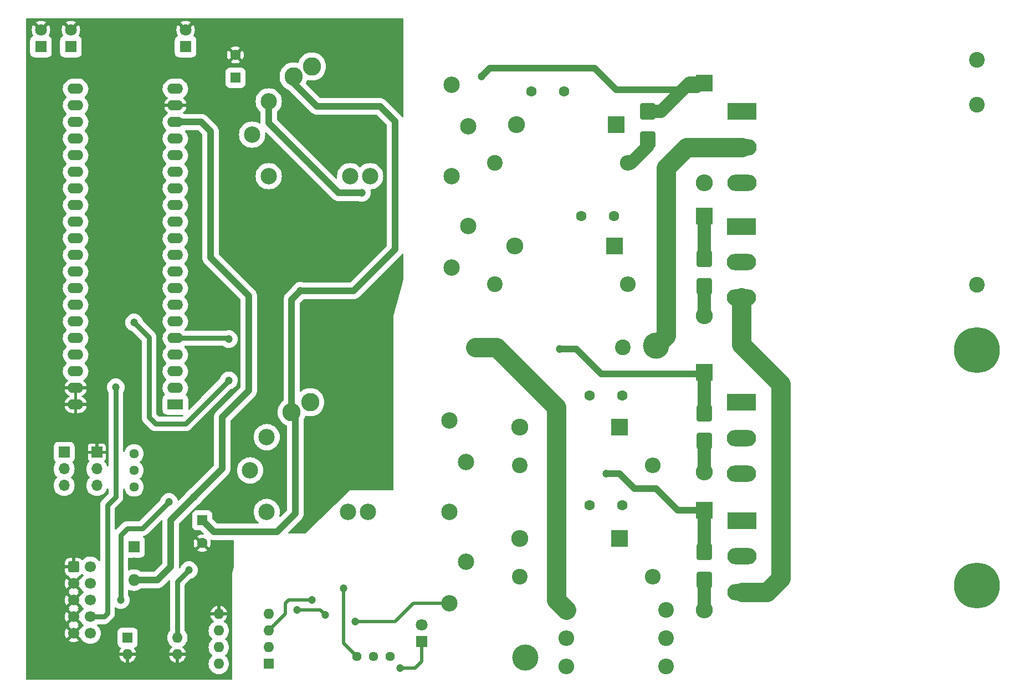
<source format=gtl>
G04 #@! TF.GenerationSoftware,KiCad,Pcbnew,7.0.2*
G04 #@! TF.CreationDate,2023-07-23T14:06:10+02:00*
G04 #@! TF.ProjectId,Module_1,4d6f6475-6c65-45f3-912e-6b696361645f,rev?*
G04 #@! TF.SameCoordinates,Original*
G04 #@! TF.FileFunction,Copper,L1,Top*
G04 #@! TF.FilePolarity,Positive*
%FSLAX46Y46*%
G04 Gerber Fmt 4.6, Leading zero omitted, Abs format (unit mm)*
G04 Created by KiCad (PCBNEW 7.0.2) date 2023-07-23 14:06:10*
%MOMM*%
%LPD*%
G01*
G04 APERTURE LIST*
G04 Aperture macros list*
%AMRoundRect*
0 Rectangle with rounded corners*
0 $1 Rounding radius*
0 $2 $3 $4 $5 $6 $7 $8 $9 X,Y pos of 4 corners*
0 Add a 4 corners polygon primitive as box body*
4,1,4,$2,$3,$4,$5,$6,$7,$8,$9,$2,$3,0*
0 Add four circle primitives for the rounded corners*
1,1,$1+$1,$2,$3*
1,1,$1+$1,$4,$5*
1,1,$1+$1,$6,$7*
1,1,$1+$1,$8,$9*
0 Add four rect primitives between the rounded corners*
20,1,$1+$1,$2,$3,$4,$5,0*
20,1,$1+$1,$4,$5,$6,$7,0*
20,1,$1+$1,$6,$7,$8,$9,0*
20,1,$1+$1,$8,$9,$2,$3,0*%
G04 Aperture macros list end*
G04 #@! TA.AperFunction,ComponentPad*
%ADD10C,2.400000*%
G04 #@! TD*
G04 #@! TA.AperFunction,ComponentPad*
%ADD11O,2.400000X2.400000*%
G04 #@! TD*
G04 #@! TA.AperFunction,ComponentPad*
%ADD12R,2.600000X2.600000*%
G04 #@! TD*
G04 #@! TA.AperFunction,ComponentPad*
%ADD13O,2.600000X2.600000*%
G04 #@! TD*
G04 #@! TA.AperFunction,SMDPad,CuDef*
%ADD14RoundRect,0.250000X-0.900000X1.000000X-0.900000X-1.000000X0.900000X-1.000000X0.900000X1.000000X0*%
G04 #@! TD*
G04 #@! TA.AperFunction,ComponentPad*
%ADD15R,1.600000X1.600000*%
G04 #@! TD*
G04 #@! TA.AperFunction,ComponentPad*
%ADD16C,1.600000*%
G04 #@! TD*
G04 #@! TA.AperFunction,ComponentPad*
%ADD17RoundRect,0.250000X-0.600000X-0.600000X0.600000X-0.600000X0.600000X0.600000X-0.600000X0.600000X0*%
G04 #@! TD*
G04 #@! TA.AperFunction,ComponentPad*
%ADD18C,1.700000*%
G04 #@! TD*
G04 #@! TA.AperFunction,ComponentPad*
%ADD19R,1.800000X1.800000*%
G04 #@! TD*
G04 #@! TA.AperFunction,ComponentPad*
%ADD20C,1.800000*%
G04 #@! TD*
G04 #@! TA.AperFunction,ComponentPad*
%ADD21C,4.000000*%
G04 #@! TD*
G04 #@! TA.AperFunction,ComponentPad*
%ADD22R,1.700000X1.700000*%
G04 #@! TD*
G04 #@! TA.AperFunction,ComponentPad*
%ADD23O,1.700000X1.700000*%
G04 #@! TD*
G04 #@! TA.AperFunction,ComponentPad*
%ADD24C,2.800000*%
G04 #@! TD*
G04 #@! TA.AperFunction,ComponentPad*
%ADD25O,1.600000X1.600000*%
G04 #@! TD*
G04 #@! TA.AperFunction,ComponentPad*
%ADD26C,1.440000*%
G04 #@! TD*
G04 #@! TA.AperFunction,ComponentPad*
%ADD27O,1.800000X1.800000*%
G04 #@! TD*
G04 #@! TA.AperFunction,ComponentPad*
%ADD28C,7.000000*%
G04 #@! TD*
G04 #@! TA.AperFunction,ComponentPad*
%ADD29R,2.400000X1.600000*%
G04 #@! TD*
G04 #@! TA.AperFunction,ComponentPad*
%ADD30O,2.400000X1.600000*%
G04 #@! TD*
G04 #@! TA.AperFunction,ComponentPad*
%ADD31C,2.500000*%
G04 #@! TD*
G04 #@! TA.AperFunction,ComponentPad*
%ADD32R,4.500000X2.500000*%
G04 #@! TD*
G04 #@! TA.AperFunction,ComponentPad*
%ADD33O,4.500000X2.500000*%
G04 #@! TD*
G04 #@! TA.AperFunction,ViaPad*
%ADD34C,1.200000*%
G04 #@! TD*
G04 #@! TA.AperFunction,Conductor*
%ADD35C,1.000000*%
G04 #@! TD*
G04 #@! TA.AperFunction,Conductor*
%ADD36C,0.750000*%
G04 #@! TD*
G04 #@! TA.AperFunction,Conductor*
%ADD37C,0.500000*%
G04 #@! TD*
G04 #@! TA.AperFunction,Conductor*
%ADD38C,3.000000*%
G04 #@! TD*
G04 #@! TA.AperFunction,Conductor*
%ADD39C,2.000000*%
G04 #@! TD*
G04 APERTURE END LIST*
D10*
X158496000Y-134366000D03*
D11*
X143256000Y-134366000D03*
D12*
X164338000Y-89408000D03*
D13*
X164338000Y-104648000D03*
D10*
X206000000Y-48500000D03*
X206000000Y-76000000D03*
D14*
X164338000Y-72018000D03*
X164338000Y-76318000D03*
D15*
X87630000Y-112012349D03*
D16*
X87630000Y-115512349D03*
D17*
X67985000Y-119160000D03*
D18*
X70525000Y-119160000D03*
X67985000Y-121700000D03*
X70525000Y-121700000D03*
X67985000Y-124240000D03*
X70525000Y-124240000D03*
X67985000Y-126780000D03*
X70525000Y-126780000D03*
X67985000Y-129320000D03*
X70525000Y-129320000D03*
D12*
X164338000Y-45212000D03*
D13*
X164338000Y-60452000D03*
D19*
X85090000Y-39629000D03*
D20*
X85090000Y-37089000D03*
D10*
X158496000Y-130048000D03*
D11*
X143256000Y-130048000D03*
D21*
X137000000Y-133000000D03*
D22*
X66525000Y-101635000D03*
D23*
X66525000Y-104175000D03*
X66525000Y-106715000D03*
D16*
X151852000Y-92964000D03*
X146852000Y-92964000D03*
D10*
X132334000Y-75946000D03*
D11*
X152654000Y-75946000D03*
D24*
X104394000Y-42672000D03*
X104140000Y-93980000D03*
D12*
X164338000Y-110490000D03*
D13*
X164338000Y-125730000D03*
D12*
X164338000Y-65532000D03*
D13*
X164338000Y-80772000D03*
D15*
X97780000Y-133975000D03*
D25*
X97780000Y-131435000D03*
X97780000Y-128895000D03*
X97780000Y-126355000D03*
X90160000Y-126355000D03*
X90160000Y-128895000D03*
X90160000Y-131435000D03*
X90160000Y-133975000D03*
D10*
X136144000Y-120650000D03*
D11*
X156464000Y-120650000D03*
D26*
X77216000Y-101844000D03*
X77216000Y-104384000D03*
X77216000Y-106924000D03*
D10*
X205994000Y-41656000D03*
D15*
X92710000Y-44394000D03*
D16*
X92710000Y-40894000D03*
D12*
X151384000Y-114808000D03*
D13*
X136144000Y-114808000D03*
D22*
X71525000Y-101635000D03*
D23*
X71525000Y-104175000D03*
X71525000Y-106715000D03*
D19*
X121158000Y-130561000D03*
D20*
X121158000Y-128021000D03*
D10*
X158496000Y-125730000D03*
D11*
X143256000Y-125730000D03*
D19*
X67564000Y-39629000D03*
D20*
X67564000Y-37089000D03*
D19*
X77216000Y-116078000D03*
D27*
X77216000Y-118618000D03*
X77216000Y-121158000D03*
D14*
X164338000Y-116858000D03*
X164338000Y-121158000D03*
D16*
X142962000Y-46482000D03*
X137962000Y-46482000D03*
D28*
X206000000Y-122000000D03*
X206000000Y-86000000D03*
D19*
X62992000Y-39629000D03*
D20*
X62992000Y-37089000D03*
D10*
X132334000Y-57404000D03*
D11*
X152654000Y-57404000D03*
D12*
X150622000Y-70104000D03*
D13*
X135382000Y-70104000D03*
D10*
X151892000Y-85598000D03*
X129392000Y-85598000D03*
D29*
X83525000Y-94340000D03*
D30*
X83525000Y-91800000D03*
X83525000Y-89260000D03*
X83525000Y-86720000D03*
X83525000Y-84180000D03*
X83525000Y-81640000D03*
X83525000Y-79100000D03*
X83525000Y-76560000D03*
X83525000Y-74020000D03*
X83525000Y-71480000D03*
X83525000Y-68940000D03*
X83525000Y-66400000D03*
X83525000Y-63860000D03*
X83525000Y-61320000D03*
X83525000Y-58780000D03*
X83525000Y-56240000D03*
X83525000Y-53700000D03*
X83525000Y-51160000D03*
X83525000Y-48620000D03*
X83525000Y-46080000D03*
X68285000Y-46080000D03*
X68285000Y-48620000D03*
X68285000Y-51160000D03*
X68285000Y-53700000D03*
X68285000Y-56240000D03*
X68285000Y-58780000D03*
X68285000Y-61320000D03*
X68285000Y-63860000D03*
X68285000Y-66400000D03*
X68285000Y-68940000D03*
X68285000Y-71480000D03*
X68285000Y-74020000D03*
X68285000Y-76560000D03*
X68285000Y-79100000D03*
X68285000Y-81640000D03*
X68285000Y-84180000D03*
X68285000Y-86720000D03*
X68285000Y-89260000D03*
X68285000Y-91800000D03*
X68285000Y-94340000D03*
D16*
X150582000Y-65532000D03*
X145582000Y-65532000D03*
D15*
X76210000Y-129965000D03*
D25*
X76210000Y-132505000D03*
X83830000Y-132505000D03*
X83830000Y-129965000D03*
D14*
X164338000Y-95640000D03*
X164338000Y-99940000D03*
D12*
X151384000Y-97790000D03*
D13*
X136144000Y-97790000D03*
D12*
X150876000Y-51562000D03*
D13*
X135636000Y-51562000D03*
D14*
X155702000Y-49548000D03*
X155702000Y-53848000D03*
D10*
X136144000Y-103632000D03*
D11*
X156464000Y-103632000D03*
D31*
X97490000Y-99316000D03*
D24*
X101300000Y-95506000D03*
D31*
X94950000Y-104396000D03*
X125430000Y-96776000D03*
X127970000Y-103126000D03*
X127970000Y-118366000D03*
X125430000Y-124716000D03*
X112984000Y-110746000D03*
X109936000Y-110746000D03*
X97490000Y-110746000D03*
X125430000Y-110746000D03*
D16*
X151852000Y-109728000D03*
X146852000Y-109728000D03*
D31*
X97790000Y-48006000D03*
D24*
X101600000Y-44196000D03*
D31*
X95250000Y-53086000D03*
X125730000Y-45466000D03*
X128270000Y-51816000D03*
X128270000Y-67056000D03*
X125730000Y-73406000D03*
X113284000Y-59436000D03*
X110236000Y-59436000D03*
X97790000Y-59436000D03*
X125730000Y-59436000D03*
D21*
X156972000Y-85344000D03*
D26*
X111252000Y-132842000D03*
X113792000Y-132842000D03*
X116332000Y-132842000D03*
D32*
X170110000Y-49550000D03*
D33*
X170110000Y-55000000D03*
X170110000Y-60450000D03*
D32*
X170000000Y-94000000D03*
D33*
X170000000Y-99450000D03*
X170000000Y-104900000D03*
D32*
X170000000Y-67100000D03*
D33*
X170000000Y-72550000D03*
X170000000Y-78000000D03*
D32*
X170110000Y-112100000D03*
D33*
X170110000Y-117550000D03*
X170110000Y-123000000D03*
D34*
X91814468Y-78069680D03*
X90170000Y-123190000D03*
X81280000Y-36830000D03*
X86360000Y-53340000D03*
X96520000Y-66040000D03*
X87630000Y-46990000D03*
X96520000Y-72390000D03*
X69850000Y-43180000D03*
X69525488Y-134059043D03*
X80355827Y-134310911D03*
X99060000Y-40640000D03*
X79938666Y-102680116D03*
X115570000Y-44450000D03*
X107188000Y-45974000D03*
X97896622Y-77939082D03*
X86360000Y-55880000D03*
X63500000Y-86360000D03*
X71643144Y-94275377D03*
X63500000Y-111760000D03*
X106444539Y-103471713D03*
X63500000Y-59690000D03*
X62230000Y-127000000D03*
X87630000Y-44450000D03*
X111760000Y-99060000D03*
X62230000Y-132080000D03*
X92710000Y-62230000D03*
X81280000Y-127000000D03*
X96520000Y-44450000D03*
X71660264Y-91673283D03*
X100330000Y-62230000D03*
X109982000Y-39624000D03*
X63500000Y-74930000D03*
X104140000Y-62230000D03*
X91440000Y-53340000D03*
X91758497Y-81651808D03*
X77470000Y-74930000D03*
X106934000Y-96266000D03*
X77470000Y-78740000D03*
X76200000Y-127000000D03*
X90170000Y-41910000D03*
X108458000Y-89154000D03*
X98027220Y-81595837D03*
X98115166Y-87861861D03*
X91440000Y-50800000D03*
X106680000Y-80010000D03*
X90170000Y-44450000D03*
X96645934Y-95333956D03*
X115570000Y-40640000D03*
X111760000Y-80010000D03*
X93980000Y-49530000D03*
X63500000Y-106680000D03*
X92710000Y-66040000D03*
X68268765Y-97936595D03*
X79854710Y-107549571D03*
X99745701Y-101677035D03*
X63500000Y-64770000D03*
X76200000Y-36830000D03*
X63500000Y-81280000D03*
X62230000Y-121920000D03*
X107950000Y-72390000D03*
X63500000Y-69850000D03*
X71668988Y-97726705D03*
X77470000Y-71120000D03*
X66040000Y-43180000D03*
X109728000Y-93980000D03*
X95660452Y-38623723D03*
X96520000Y-62230000D03*
X103886000Y-39624000D03*
X62230000Y-116840000D03*
X63500000Y-91440000D03*
X86360000Y-108458000D03*
X91699595Y-90635586D03*
X77216000Y-81788000D03*
X102616000Y-76962000D03*
X85598000Y-119634000D03*
X117856000Y-134620000D03*
X106426000Y-126492000D03*
X102108000Y-125730000D03*
X112014000Y-61976000D03*
X91694000Y-84328000D03*
X142240000Y-85852000D03*
X149352000Y-104902000D03*
X130302000Y-44196000D03*
X110998000Y-127508000D03*
X82550000Y-109220000D03*
X75184000Y-124206000D03*
X74422000Y-91694000D03*
X109220000Y-122428000D03*
X104394000Y-124172500D03*
D35*
X90678000Y-104140000D02*
X90678000Y-96266000D01*
X94742000Y-77724000D02*
X88900000Y-71882000D01*
X82804000Y-119126000D02*
X82804000Y-112014000D01*
X88900000Y-71882000D02*
X88900000Y-52578000D01*
X80772000Y-121158000D02*
X82804000Y-119126000D01*
X88900000Y-52578000D02*
X87482000Y-51160000D01*
X86360000Y-108458000D02*
X90678000Y-104140000D01*
X94742000Y-92202000D02*
X94742000Y-77724000D01*
X82804000Y-112014000D02*
X86360000Y-108458000D01*
X77216000Y-121158000D02*
X80772000Y-121158000D01*
X87482000Y-51160000D02*
X83525000Y-51160000D01*
X90678000Y-96266000D02*
X94742000Y-92202000D01*
X114808000Y-48768000D02*
X105156000Y-48768000D01*
X110744000Y-76962000D02*
X117094000Y-70612000D01*
X101300000Y-95506000D02*
X101300000Y-78278000D01*
X89409651Y-113792000D02*
X99060000Y-113792000D01*
X102616000Y-76962000D02*
X110744000Y-76962000D01*
X101300000Y-78278000D02*
X102616000Y-76962000D01*
X101854000Y-110998000D02*
X101854000Y-96060000D01*
X117094000Y-70612000D02*
X117094000Y-51054000D01*
X101854000Y-96060000D02*
X101300000Y-95506000D01*
D36*
X88392000Y-93980000D02*
X88392000Y-93943181D01*
X79502000Y-84074000D02*
X79502000Y-96266000D01*
D35*
X87630000Y-112012349D02*
X89409651Y-113792000D01*
D36*
X79502000Y-96266000D02*
X80518000Y-97282000D01*
X85090000Y-97282000D02*
X88392000Y-93980000D01*
D35*
X117094000Y-51054000D02*
X114808000Y-48768000D01*
X101600000Y-45212000D02*
X101600000Y-44196000D01*
D36*
X80518000Y-97282000D02*
X85090000Y-97282000D01*
D35*
X105156000Y-48768000D02*
X101600000Y-45212000D01*
X99060000Y-113792000D02*
X101854000Y-110998000D01*
D36*
X77216000Y-81788000D02*
X79502000Y-84074000D01*
X88392000Y-93943181D02*
X91699595Y-90635586D01*
X83830000Y-129965000D02*
X83830000Y-121402000D01*
X83830000Y-121402000D02*
X85598000Y-119634000D01*
D37*
X121158000Y-133604000D02*
X121158000Y-130561000D01*
X117856000Y-134620000D02*
X120142000Y-134620000D01*
X120142000Y-134620000D02*
X121158000Y-133604000D01*
D38*
X143256000Y-125730000D02*
X141732000Y-124206000D01*
X132588000Y-85598000D02*
X129392000Y-85598000D01*
X141732000Y-124206000D02*
X141732000Y-94742000D01*
X141732000Y-94742000D02*
X132588000Y-85598000D01*
D37*
X102108000Y-125730000D02*
X105664000Y-125730000D01*
X105664000Y-125730000D02*
X106426000Y-126492000D01*
D35*
X97790000Y-48006000D02*
X97790000Y-51308000D01*
X108458000Y-61976000D02*
X112014000Y-61976000D01*
X97790000Y-51308000D02*
X107950000Y-61468000D01*
X107950000Y-61468000D02*
X108458000Y-61976000D01*
D38*
X161662000Y-55000000D02*
X170110000Y-55000000D01*
X156972000Y-85344000D02*
X158496000Y-83820000D01*
X158496000Y-58166000D02*
X161662000Y-55000000D01*
X158496000Y-83820000D02*
X158496000Y-58166000D01*
D39*
X153162000Y-57404000D02*
X155702000Y-54864000D01*
X155702000Y-54864000D02*
X155702000Y-53848000D01*
X152654000Y-57404000D02*
X153162000Y-57404000D01*
X164338000Y-99940000D02*
X164338000Y-104648000D01*
D36*
X91694000Y-84328000D02*
X91546000Y-84180000D01*
X91546000Y-84180000D02*
X83525000Y-84180000D01*
D35*
X142240000Y-85852000D02*
X144780000Y-85852000D01*
X164084000Y-89662000D02*
X164338000Y-89408000D01*
X144780000Y-85852000D02*
X148590000Y-89662000D01*
X148590000Y-89662000D02*
X164084000Y-89662000D01*
D39*
X164338000Y-95640000D02*
X164338000Y-89408000D01*
D35*
X156972000Y-107188000D02*
X160274000Y-110490000D01*
X149352000Y-104902000D02*
X151384000Y-104902000D01*
X160274000Y-110490000D02*
X164338000Y-110490000D01*
X153670000Y-107188000D02*
X156972000Y-107188000D01*
D39*
X164338000Y-116858000D02*
X164338000Y-110490000D01*
D35*
X151384000Y-104902000D02*
X153670000Y-107188000D01*
X150876000Y-46228000D02*
X163322000Y-46228000D01*
D39*
X157716000Y-49548000D02*
X162052000Y-45212000D01*
D35*
X131572000Y-42926000D02*
X147574000Y-42926000D01*
X147574000Y-42926000D02*
X150876000Y-46228000D01*
X130302000Y-44196000D02*
X131572000Y-42926000D01*
D39*
X162052000Y-45212000D02*
X164338000Y-45212000D01*
X155702000Y-49548000D02*
X157716000Y-49548000D01*
D35*
X163322000Y-46228000D02*
X164338000Y-45212000D01*
D39*
X164338000Y-72018000D02*
X164338000Y-65532000D01*
D38*
X170110000Y-123000000D02*
X173926000Y-123000000D01*
D39*
X164338000Y-121158000D02*
X164338000Y-125730000D01*
D37*
X117094000Y-127508000D02*
X119886000Y-124716000D01*
X110998000Y-127508000D02*
X117094000Y-127508000D01*
D38*
X173926000Y-123000000D02*
X176022000Y-120904000D01*
X170000000Y-85164000D02*
X170000000Y-78000000D01*
X176022000Y-91186000D02*
X170000000Y-85164000D01*
D39*
X164338000Y-76318000D02*
X164338000Y-80772000D01*
D37*
X119886000Y-124716000D02*
X125430000Y-124716000D01*
D38*
X176022000Y-120904000D02*
X176022000Y-91186000D01*
D36*
X75184000Y-124206000D02*
X75184000Y-114300000D01*
X75184000Y-114300000D02*
X76200000Y-113284000D01*
X76200000Y-113284000D02*
X78486000Y-113284000D01*
X78486000Y-113284000D02*
X82550000Y-109220000D01*
X74422000Y-108458000D02*
X74422000Y-91694000D01*
X70525000Y-126780000D02*
X72610000Y-126780000D01*
X73152000Y-126238000D02*
X73152000Y-109728000D01*
X72610000Y-126780000D02*
X73152000Y-126238000D01*
X73152000Y-109728000D02*
X74422000Y-108458000D01*
D37*
X109254000Y-130844000D02*
X109254000Y-122462000D01*
X111252000Y-132842000D02*
X109254000Y-130844000D01*
X109254000Y-122462000D02*
X109220000Y-122428000D01*
X100330000Y-126345000D02*
X97780000Y-128895000D01*
X100871500Y-124172500D02*
X100330000Y-124714000D01*
X100330000Y-124714000D02*
X100330000Y-126345000D01*
X104394000Y-124172500D02*
X100871500Y-124172500D01*
G04 #@! TA.AperFunction,Conductor*
G36*
X68535000Y-94024314D02*
G01*
X68523045Y-94012359D01*
X68410148Y-93954835D01*
X68316481Y-93940000D01*
X68253519Y-93940000D01*
X68159852Y-93954835D01*
X68046955Y-94012359D01*
X68035000Y-94024314D01*
X68035000Y-92115686D01*
X68046955Y-92127641D01*
X68159852Y-92185165D01*
X68253519Y-92200000D01*
X68316481Y-92200000D01*
X68410148Y-92185165D01*
X68523045Y-92127641D01*
X68535000Y-92115685D01*
X68535000Y-94024314D01*
G37*
G04 #@! TD.AperFunction*
G04 #@! TA.AperFunction,Conductor*
G36*
X69127082Y-127568530D02*
G01*
X69145128Y-127591421D01*
X69161836Y-127618685D01*
X69226164Y-127723659D01*
X69389776Y-127915224D01*
X69437179Y-127955710D01*
X69475372Y-128014215D01*
X69475871Y-128084083D01*
X69438517Y-128143130D01*
X69437179Y-128144289D01*
X69389772Y-128184778D01*
X69226165Y-128376338D01*
X69145129Y-128508576D01*
X69127083Y-128531467D01*
X68468076Y-129190475D01*
X68444493Y-129110156D01*
X68366761Y-128989202D01*
X68258100Y-128895048D01*
X68127315Y-128835320D01*
X68117533Y-128833913D01*
X68746373Y-128205073D01*
X68746373Y-128205072D01*
X68669969Y-128151574D01*
X68626344Y-128096997D01*
X68619150Y-128027499D01*
X68650673Y-127965144D01*
X68669969Y-127948424D01*
X68746373Y-127894925D01*
X68117533Y-127266086D01*
X68127315Y-127264680D01*
X68258100Y-127204952D01*
X68366761Y-127110798D01*
X68444493Y-126989844D01*
X68468076Y-126909524D01*
X69127082Y-127568530D01*
G37*
G04 #@! TD.AperFunction*
G04 #@! TA.AperFunction,Conductor*
G36*
X69127082Y-125028530D02*
G01*
X69145128Y-125051421D01*
X69226164Y-125183659D01*
X69389776Y-125375224D01*
X69437177Y-125415708D01*
X69437179Y-125415710D01*
X69475372Y-125474217D01*
X69475870Y-125544085D01*
X69438516Y-125603131D01*
X69437186Y-125604283D01*
X69428648Y-125611576D01*
X69389776Y-125644776D01*
X69226162Y-125836342D01*
X69145129Y-125968576D01*
X69127083Y-125991467D01*
X68468076Y-126650475D01*
X68444493Y-126570156D01*
X68366761Y-126449202D01*
X68258100Y-126355048D01*
X68127315Y-126295320D01*
X68117533Y-126293913D01*
X68746373Y-125665073D01*
X68746373Y-125665072D01*
X68669969Y-125611574D01*
X68626344Y-125556997D01*
X68619150Y-125487499D01*
X68650673Y-125425144D01*
X68669969Y-125408424D01*
X68746373Y-125354925D01*
X68117533Y-124726086D01*
X68127315Y-124724680D01*
X68258100Y-124664952D01*
X68366761Y-124570798D01*
X68444493Y-124449844D01*
X68468076Y-124369524D01*
X69127082Y-125028530D01*
G37*
G04 #@! TD.AperFunction*
G04 #@! TA.AperFunction,Conductor*
G36*
X69127082Y-122488530D02*
G01*
X69145128Y-122511421D01*
X69226164Y-122643659D01*
X69389776Y-122835224D01*
X69437175Y-122875707D01*
X69437179Y-122875710D01*
X69475372Y-122934217D01*
X69475870Y-123004085D01*
X69438516Y-123063131D01*
X69437186Y-123064283D01*
X69428648Y-123071576D01*
X69389776Y-123104776D01*
X69226162Y-123296342D01*
X69145129Y-123428576D01*
X69127083Y-123451467D01*
X68468076Y-124110475D01*
X68444493Y-124030156D01*
X68366761Y-123909202D01*
X68258100Y-123815048D01*
X68127315Y-123755320D01*
X68117531Y-123753913D01*
X68746373Y-123125073D01*
X68746373Y-123125072D01*
X68669969Y-123071574D01*
X68626344Y-123016997D01*
X68619150Y-122947499D01*
X68650673Y-122885144D01*
X68669969Y-122868424D01*
X68746373Y-122814925D01*
X68117533Y-122186086D01*
X68127315Y-122184680D01*
X68258100Y-122124952D01*
X68366761Y-122030798D01*
X68444493Y-121909844D01*
X68468076Y-121829524D01*
X69127082Y-122488530D01*
G37*
G04 #@! TD.AperFunction*
G04 #@! TA.AperFunction,Conductor*
G36*
X69297259Y-120210914D02*
G01*
X69348215Y-120246563D01*
X69389775Y-120295223D01*
X69437179Y-120335710D01*
X69475372Y-120394217D01*
X69475870Y-120464085D01*
X69438516Y-120523131D01*
X69437179Y-120524290D01*
X69389776Y-120564776D01*
X69226162Y-120756342D01*
X69145129Y-120888576D01*
X69127083Y-120911467D01*
X68468076Y-121570475D01*
X68444493Y-121490156D01*
X68366761Y-121369202D01*
X68258100Y-121275048D01*
X68127315Y-121215320D01*
X68117533Y-121213913D01*
X68750605Y-120580841D01*
X68761166Y-120528295D01*
X68809781Y-120478112D01*
X68831923Y-120468282D01*
X68904122Y-120444357D01*
X69053342Y-120352318D01*
X69166244Y-120239415D01*
X69227567Y-120205930D01*
X69297259Y-120210914D01*
G37*
G04 #@! TD.AperFunction*
G04 #@! TA.AperFunction,Conductor*
G36*
X81472834Y-111991377D02*
G01*
X81528767Y-112033249D01*
X81553184Y-112098713D01*
X81553500Y-112107559D01*
X81553500Y-118556663D01*
X81533815Y-118623702D01*
X81517181Y-118644344D01*
X80290345Y-119871181D01*
X80229022Y-119904666D01*
X80202664Y-119907500D01*
X78338988Y-119907500D01*
X78271949Y-119887815D01*
X78258456Y-119877790D01*
X78189143Y-119818590D01*
X78169951Y-119806829D01*
X77967628Y-119682846D01*
X77849704Y-119634000D01*
X77727610Y-119583426D01*
X77474995Y-119522779D01*
X77345497Y-119512587D01*
X77216000Y-119502396D01*
X77215999Y-119502396D01*
X76957004Y-119522779D01*
X76704389Y-119583426D01*
X76480953Y-119675978D01*
X76411484Y-119683447D01*
X76349004Y-119652172D01*
X76313352Y-119592083D01*
X76309500Y-119561417D01*
X76309500Y-117852499D01*
X76329185Y-117785460D01*
X76381989Y-117739705D01*
X76433500Y-117728499D01*
X78162859Y-117728499D01*
X78166008Y-117728499D01*
X78268797Y-117717999D01*
X78435334Y-117662814D01*
X78584656Y-117570712D01*
X78708712Y-117446656D01*
X78800814Y-117297334D01*
X78855999Y-117130797D01*
X78866500Y-117028009D01*
X78866499Y-115127992D01*
X78855999Y-115025203D01*
X78800814Y-114858666D01*
X78708712Y-114709344D01*
X78708711Y-114709342D01*
X78606367Y-114606998D01*
X78572882Y-114545675D01*
X78577866Y-114475983D01*
X78619738Y-114420050D01*
X78682260Y-114395878D01*
X78699971Y-114394188D01*
X78760282Y-114376478D01*
X78768852Y-114374292D01*
X78830254Y-114360935D01*
X78830254Y-114360934D01*
X78830258Y-114360934D01*
X78860639Y-114347923D01*
X78874493Y-114342943D01*
X78906209Y-114333631D01*
X78962075Y-114304829D01*
X78970082Y-114301057D01*
X79027849Y-114276321D01*
X79055221Y-114257794D01*
X79067881Y-114250282D01*
X79097259Y-114235138D01*
X79146681Y-114196270D01*
X79153800Y-114191074D01*
X79205855Y-114155843D01*
X79229217Y-114132479D01*
X79240238Y-114122696D01*
X79266217Y-114102268D01*
X79307377Y-114054765D01*
X79313396Y-114048300D01*
X81341818Y-112019878D01*
X81403142Y-111986393D01*
X81472834Y-111991377D01*
G37*
G04 #@! TD.AperFunction*
G04 #@! TA.AperFunction,Conductor*
G36*
X118307039Y-35325685D02*
G01*
X118352794Y-35378489D01*
X118364000Y-35430000D01*
X118364000Y-50292894D01*
X118344315Y-50359933D01*
X118291511Y-50405688D01*
X118222353Y-50415632D01*
X118158797Y-50386607D01*
X118139683Y-50365780D01*
X118114741Y-50331451D01*
X118113162Y-50329228D01*
X118057820Y-50249346D01*
X118054734Y-50246260D01*
X118042091Y-50231458D01*
X118039522Y-50227922D01*
X117969299Y-50160782D01*
X117967310Y-50158836D01*
X115746816Y-47938342D01*
X115737550Y-47927974D01*
X115715506Y-47900332D01*
X115665603Y-47856732D01*
X115659507Y-47851033D01*
X115654506Y-47846032D01*
X115652529Y-47844055D01*
X115650394Y-47842272D01*
X115650377Y-47842257D01*
X115621255Y-47817945D01*
X115619139Y-47816138D01*
X115545997Y-47752236D01*
X115545996Y-47752235D01*
X115542236Y-47749988D01*
X115526370Y-47738730D01*
X115523018Y-47735931D01*
X115438548Y-47688001D01*
X115436145Y-47686601D01*
X115352765Y-47636785D01*
X115348671Y-47635249D01*
X115331046Y-47627003D01*
X115327245Y-47624847D01*
X115327244Y-47624846D01*
X115327243Y-47624846D01*
X115235568Y-47592767D01*
X115232954Y-47591819D01*
X115142028Y-47557694D01*
X115142025Y-47557693D01*
X115142024Y-47557693D01*
X115137721Y-47556911D01*
X115118917Y-47551948D01*
X115114782Y-47550501D01*
X115018847Y-47535306D01*
X115016106Y-47534840D01*
X114920550Y-47517500D01*
X114920547Y-47517500D01*
X114916170Y-47517500D01*
X114896773Y-47515973D01*
X114892460Y-47515290D01*
X114795358Y-47517469D01*
X114792578Y-47517500D01*
X105725336Y-47517500D01*
X105658297Y-47497815D01*
X105637655Y-47481181D01*
X103516372Y-45359898D01*
X103482887Y-45298575D01*
X103487871Y-45228883D01*
X103493956Y-45215168D01*
X103503707Y-45196350D01*
X103577072Y-45054764D01*
X103660576Y-44819804D01*
X103701571Y-44763232D01*
X103766649Y-44737801D01*
X103810865Y-44741930D01*
X103955445Y-44782440D01*
X104246902Y-44822500D01*
X104251139Y-44822500D01*
X104536861Y-44822500D01*
X104541098Y-44822500D01*
X104832555Y-44782440D01*
X105115841Y-44703067D01*
X105385682Y-44585859D01*
X105637049Y-44432999D01*
X105865260Y-44247335D01*
X106066065Y-44032326D01*
X106235722Y-43791976D01*
X106371072Y-43530764D01*
X106469592Y-43253554D01*
X106529448Y-42965511D01*
X106549525Y-42672000D01*
X106529448Y-42378489D01*
X106469592Y-42090446D01*
X106371072Y-41813236D01*
X106235722Y-41552024D01*
X106066065Y-41311674D01*
X105888652Y-41121712D01*
X105868147Y-41099756D01*
X105868145Y-41099754D01*
X105865260Y-41096665D01*
X105637049Y-40911001D01*
X105529163Y-40845394D01*
X105389300Y-40760341D01*
X105389298Y-40760340D01*
X105385682Y-40758141D01*
X105381802Y-40756455D01*
X105381795Y-40756452D01*
X105119722Y-40642618D01*
X105119712Y-40642614D01*
X105115841Y-40640933D01*
X105111769Y-40639792D01*
X104836634Y-40562702D01*
X104836621Y-40562699D01*
X104832555Y-40561560D01*
X104828368Y-40560984D01*
X104828356Y-40560982D01*
X104545295Y-40522076D01*
X104545282Y-40522075D01*
X104541098Y-40521500D01*
X104246902Y-40521500D01*
X104242718Y-40522075D01*
X104242704Y-40522076D01*
X103959643Y-40560982D01*
X103959628Y-40560984D01*
X103955445Y-40561560D01*
X103951381Y-40562698D01*
X103951365Y-40562702D01*
X103676230Y-40639792D01*
X103676225Y-40639793D01*
X103672159Y-40640933D01*
X103668291Y-40642612D01*
X103668277Y-40642618D01*
X103406204Y-40756452D01*
X103406191Y-40756458D01*
X103402318Y-40758141D01*
X103398707Y-40760336D01*
X103398699Y-40760341D01*
X103154563Y-40908804D01*
X103154557Y-40908807D01*
X103150951Y-40911001D01*
X103147676Y-40913664D01*
X103147668Y-40913671D01*
X102926025Y-41093992D01*
X102926021Y-41093995D01*
X102922740Y-41096665D01*
X102919861Y-41099747D01*
X102919852Y-41099756D01*
X102724823Y-41308581D01*
X102724818Y-41308586D01*
X102721935Y-41311674D01*
X102719499Y-41315124D01*
X102719490Y-41315136D01*
X102554724Y-41548558D01*
X102554720Y-41548563D01*
X102552278Y-41552024D01*
X102550332Y-41555778D01*
X102550328Y-41555786D01*
X102418877Y-41809473D01*
X102418872Y-41809483D01*
X102416928Y-41813236D01*
X102415511Y-41817221D01*
X102415507Y-41817232D01*
X102333425Y-42048190D01*
X102292427Y-42104767D01*
X102227350Y-42130197D01*
X102183131Y-42126067D01*
X102042638Y-42086703D01*
X102042624Y-42086700D01*
X102038555Y-42085560D01*
X102034368Y-42084984D01*
X102034356Y-42084982D01*
X101751295Y-42046076D01*
X101751282Y-42046075D01*
X101747098Y-42045500D01*
X101452902Y-42045500D01*
X101448718Y-42046075D01*
X101448704Y-42046076D01*
X101165643Y-42084982D01*
X101165628Y-42084984D01*
X101161445Y-42085560D01*
X101157381Y-42086698D01*
X101157365Y-42086702D01*
X100882230Y-42163792D01*
X100882225Y-42163793D01*
X100878159Y-42164933D01*
X100874291Y-42166612D01*
X100874277Y-42166618D01*
X100612204Y-42280452D01*
X100612191Y-42280458D01*
X100608318Y-42282141D01*
X100604707Y-42284336D01*
X100604699Y-42284341D01*
X100360563Y-42432804D01*
X100360557Y-42432807D01*
X100356951Y-42435001D01*
X100353676Y-42437664D01*
X100353668Y-42437671D01*
X100132025Y-42617992D01*
X100132021Y-42617995D01*
X100128740Y-42620665D01*
X100125861Y-42623747D01*
X100125852Y-42623756D01*
X99930823Y-42832581D01*
X99930818Y-42832586D01*
X99927935Y-42835674D01*
X99925499Y-42839124D01*
X99925490Y-42839136D01*
X99760724Y-43072558D01*
X99760720Y-43072563D01*
X99758278Y-43076024D01*
X99756332Y-43079778D01*
X99756328Y-43079786D01*
X99624877Y-43333473D01*
X99624872Y-43333483D01*
X99622928Y-43337236D01*
X99621511Y-43341221D01*
X99621507Y-43341232D01*
X99525829Y-43610445D01*
X99525825Y-43610457D01*
X99524408Y-43614446D01*
X99523545Y-43618596D01*
X99523544Y-43618602D01*
X99465415Y-43898332D01*
X99465413Y-43898343D01*
X99464552Y-43902489D01*
X99464263Y-43906713D01*
X99464262Y-43906721D01*
X99455459Y-44035418D01*
X99444475Y-44196000D01*
X99444764Y-44200224D01*
X99460836Y-44435195D01*
X99464552Y-44489511D01*
X99465413Y-44493658D01*
X99465415Y-44493667D01*
X99508579Y-44701381D01*
X99524408Y-44777554D01*
X99525826Y-44781546D01*
X99525829Y-44781554D01*
X99604331Y-45002437D01*
X99622928Y-45054764D01*
X99624875Y-45058522D01*
X99624877Y-45058526D01*
X99644400Y-45096203D01*
X99758278Y-45315976D01*
X99760724Y-45319441D01*
X99925490Y-45552863D01*
X99925494Y-45552868D01*
X99927935Y-45556326D01*
X100128740Y-45771335D01*
X100356951Y-45956999D01*
X100608318Y-46109859D01*
X100612210Y-46111549D01*
X100612209Y-46111549D01*
X100800737Y-46193438D01*
X100839017Y-46219491D01*
X104217182Y-49597656D01*
X104226448Y-49608024D01*
X104248493Y-49635667D01*
X104298395Y-49679266D01*
X104304491Y-49684965D01*
X104311470Y-49691944D01*
X104313601Y-49693723D01*
X104313613Y-49693734D01*
X104342740Y-49718051D01*
X104344853Y-49719856D01*
X104400993Y-49768903D01*
X104418004Y-49783765D01*
X104421760Y-49786009D01*
X104437624Y-49797266D01*
X104440978Y-49800066D01*
X104440979Y-49800067D01*
X104440981Y-49800068D01*
X104482122Y-49823412D01*
X104525450Y-49847997D01*
X104527854Y-49849397D01*
X104611236Y-49899215D01*
X104611239Y-49899216D01*
X104615323Y-49900749D01*
X104632953Y-49908996D01*
X104636753Y-49911152D01*
X104636755Y-49911153D01*
X104728468Y-49943245D01*
X104730998Y-49944162D01*
X104821976Y-49978307D01*
X104825972Y-49979032D01*
X104826269Y-49979086D01*
X104845088Y-49984053D01*
X104849217Y-49985498D01*
X104945251Y-50000707D01*
X104947847Y-50001149D01*
X105011369Y-50012677D01*
X105043452Y-50018500D01*
X105043453Y-50018500D01*
X105047830Y-50018500D01*
X105067226Y-50020026D01*
X105071540Y-50020710D01*
X105166299Y-50018583D01*
X105168622Y-50018531D01*
X105171404Y-50018500D01*
X114238664Y-50018500D01*
X114305703Y-50038185D01*
X114326345Y-50054819D01*
X115807181Y-51535654D01*
X115840666Y-51596977D01*
X115843500Y-51623335D01*
X115843499Y-70042664D01*
X115823814Y-70109703D01*
X115807180Y-70130345D01*
X110262345Y-75675181D01*
X110201022Y-75708666D01*
X110174664Y-75711500D01*
X103157341Y-75711500D01*
X103104937Y-75699882D01*
X103079665Y-75688097D01*
X102851407Y-75626936D01*
X102616000Y-75606340D01*
X102380592Y-75626936D01*
X102152336Y-75688097D01*
X101938170Y-75787965D01*
X101744598Y-75923505D01*
X101577505Y-76090598D01*
X101441963Y-76284173D01*
X101378340Y-76420609D01*
X101353640Y-76455884D01*
X100470343Y-77339181D01*
X100459980Y-77348443D01*
X100432335Y-77370491D01*
X100388736Y-77420391D01*
X100383052Y-77426472D01*
X100378024Y-77431501D01*
X100378015Y-77431510D01*
X100376055Y-77433471D01*
X100374280Y-77435596D01*
X100374269Y-77435609D01*
X100349929Y-77464763D01*
X100348124Y-77466876D01*
X100284235Y-77540003D01*
X100281986Y-77543767D01*
X100270739Y-77559617D01*
X100267932Y-77562979D01*
X100219978Y-77647490D01*
X100218604Y-77649849D01*
X100201960Y-77677709D01*
X100168782Y-77733241D01*
X100167246Y-77737335D01*
X100159009Y-77754944D01*
X100156847Y-77758753D01*
X100124762Y-77850444D01*
X100123814Y-77853057D01*
X100089691Y-77943978D01*
X100088910Y-77948282D01*
X100083950Y-77967077D01*
X100082501Y-77971217D01*
X100067304Y-78067166D01*
X100066838Y-78069907D01*
X100049500Y-78165450D01*
X100049500Y-78169829D01*
X100047973Y-78189227D01*
X100047290Y-78193540D01*
X100047722Y-78212781D01*
X100049469Y-78290639D01*
X100049500Y-78293421D01*
X100049500Y-93692090D01*
X100029815Y-93759129D01*
X100003755Y-93788278D01*
X99832025Y-93927992D01*
X99832021Y-93927995D01*
X99828740Y-93930665D01*
X99825861Y-93933747D01*
X99825852Y-93933756D01*
X99630823Y-94142581D01*
X99630818Y-94142586D01*
X99627935Y-94145674D01*
X99625499Y-94149124D01*
X99625490Y-94149136D01*
X99460724Y-94382558D01*
X99460720Y-94382563D01*
X99458278Y-94386024D01*
X99456332Y-94389778D01*
X99456328Y-94389786D01*
X99324877Y-94643473D01*
X99324872Y-94643483D01*
X99322928Y-94647236D01*
X99321511Y-94651221D01*
X99321507Y-94651232D01*
X99225829Y-94920445D01*
X99225825Y-94920457D01*
X99224408Y-94924446D01*
X99223545Y-94928596D01*
X99223544Y-94928602D01*
X99165415Y-95208332D01*
X99165413Y-95208343D01*
X99164552Y-95212489D01*
X99164263Y-95216713D01*
X99164262Y-95216721D01*
X99148044Y-95453818D01*
X99144475Y-95506000D01*
X99144764Y-95510224D01*
X99162861Y-95774799D01*
X99164552Y-95799511D01*
X99165413Y-95803658D01*
X99165415Y-95803667D01*
X99218247Y-96057907D01*
X99224408Y-96087554D01*
X99225826Y-96091546D01*
X99225829Y-96091554D01*
X99311627Y-96332966D01*
X99322928Y-96364764D01*
X99324875Y-96368522D01*
X99324877Y-96368526D01*
X99456328Y-96622213D01*
X99458278Y-96625976D01*
X99460724Y-96629441D01*
X99625490Y-96862863D01*
X99625494Y-96862868D01*
X99627935Y-96866326D01*
X99828740Y-97081335D01*
X100056951Y-97266999D01*
X100308318Y-97419859D01*
X100528901Y-97515671D01*
X100582548Y-97560434D01*
X100603478Y-97627095D01*
X100603500Y-97629405D01*
X100603500Y-110428663D01*
X100583815Y-110495702D01*
X100567181Y-110516344D01*
X99604411Y-111479114D01*
X99543088Y-111512599D01*
X99473396Y-111507615D01*
X99417463Y-111465743D01*
X99393046Y-111400279D01*
X99400549Y-111348098D01*
X99414369Y-111311046D01*
X99475196Y-111031428D01*
X99495610Y-110746000D01*
X99475196Y-110460572D01*
X99414369Y-110180954D01*
X99314367Y-109912839D01*
X99232978Y-109763787D01*
X99177227Y-109661686D01*
X99096970Y-109554476D01*
X99005739Y-109432605D01*
X98803395Y-109230261D01*
X98668266Y-109129105D01*
X98574313Y-109058772D01*
X98323163Y-108921634D01*
X98323162Y-108921633D01*
X98323161Y-108921633D01*
X98112896Y-108843208D01*
X98055041Y-108821629D01*
X97775429Y-108760804D01*
X97490000Y-108740389D01*
X97204570Y-108760804D01*
X96924958Y-108821629D01*
X96656836Y-108921634D01*
X96405686Y-109058772D01*
X96176602Y-109230263D01*
X95974263Y-109432602D01*
X95802772Y-109661686D01*
X95665634Y-109912836D01*
X95565629Y-110180958D01*
X95504804Y-110460570D01*
X95484389Y-110746000D01*
X95504804Y-111031429D01*
X95565629Y-111311041D01*
X95571856Y-111327736D01*
X95642539Y-111517245D01*
X95665634Y-111579163D01*
X95802772Y-111830313D01*
X95856027Y-111901453D01*
X95974261Y-112059395D01*
X96176605Y-112261739D01*
X96252074Y-112318234D01*
X96293944Y-112374167D01*
X96298928Y-112443858D01*
X96265443Y-112505181D01*
X96204120Y-112538666D01*
X96177762Y-112541500D01*
X89978987Y-112541500D01*
X89911948Y-112521815D01*
X89891306Y-112505181D01*
X89216818Y-111830693D01*
X89183333Y-111769370D01*
X89180499Y-111743012D01*
X89180499Y-111165489D01*
X89180499Y-111165488D01*
X89180499Y-111162341D01*
X89169999Y-111059552D01*
X89114814Y-110893015D01*
X89022712Y-110743693D01*
X89022711Y-110743691D01*
X88898657Y-110619637D01*
X88749334Y-110527535D01*
X88582797Y-110472349D01*
X88483141Y-110462168D01*
X88483122Y-110462167D01*
X88480009Y-110461849D01*
X88476860Y-110461849D01*
X86783140Y-110461849D01*
X86783120Y-110461849D01*
X86779992Y-110461850D01*
X86776860Y-110462169D01*
X86776858Y-110462170D01*
X86677203Y-110472349D01*
X86510665Y-110527535D01*
X86361342Y-110619637D01*
X86237288Y-110743691D01*
X86145186Y-110893014D01*
X86090000Y-111059551D01*
X86079819Y-111159207D01*
X86079817Y-111159227D01*
X86079500Y-111162340D01*
X86079500Y-111165487D01*
X86079500Y-111165488D01*
X86079500Y-112859208D01*
X86079500Y-112859227D01*
X86079501Y-112862357D01*
X86079820Y-112865489D01*
X86079821Y-112865490D01*
X86090000Y-112965145D01*
X86145186Y-113131683D01*
X86237288Y-113281006D01*
X86361342Y-113405060D01*
X86361344Y-113405061D01*
X86510666Y-113497163D01*
X86622017Y-113534061D01*
X86677202Y-113552348D01*
X86776858Y-113562529D01*
X86776859Y-113562529D01*
X86779991Y-113562849D01*
X87360663Y-113562848D01*
X87427702Y-113582532D01*
X87448344Y-113599167D01*
X87856554Y-114007377D01*
X87890039Y-114068700D01*
X87885055Y-114138392D01*
X87843183Y-114194325D01*
X87777719Y-114218742D01*
X87758066Y-114218586D01*
X87630000Y-114207382D01*
X87403397Y-114227207D01*
X87183672Y-114286082D01*
X86977516Y-114382214D01*
X86904526Y-114433322D01*
X87585599Y-115114395D01*
X87504852Y-115127184D01*
X87391955Y-115184708D01*
X87302359Y-115274304D01*
X87244835Y-115387201D01*
X87232046Y-115467948D01*
X86550973Y-114786875D01*
X86550973Y-114786876D01*
X86499865Y-114859865D01*
X86403733Y-115066021D01*
X86344858Y-115285746D01*
X86325033Y-115512348D01*
X86344858Y-115738951D01*
X86403733Y-115958675D01*
X86499866Y-116164833D01*
X86550972Y-116237820D01*
X86550974Y-116237821D01*
X87232046Y-115556748D01*
X87244835Y-115637497D01*
X87302359Y-115750394D01*
X87391955Y-115839990D01*
X87504852Y-115897514D01*
X87585599Y-115910302D01*
X86904526Y-116591374D01*
X86904526Y-116591375D01*
X86977515Y-116642482D01*
X87183673Y-116738615D01*
X87403397Y-116797490D01*
X87630000Y-116817315D01*
X87856602Y-116797490D01*
X88076326Y-116738615D01*
X88282480Y-116642483D01*
X88355472Y-116591374D01*
X87674401Y-115910302D01*
X87755148Y-115897514D01*
X87868045Y-115839990D01*
X87957641Y-115750394D01*
X88015165Y-115637497D01*
X88027953Y-115556749D01*
X88709025Y-116237821D01*
X88760134Y-116164829D01*
X88856266Y-115958675D01*
X88915141Y-115738951D01*
X88934966Y-115512348D01*
X88915141Y-115285746D01*
X88875168Y-115136564D01*
X88876831Y-115066714D01*
X88915993Y-115008851D01*
X88980221Y-114981347D01*
X89038513Y-114988377D01*
X89075627Y-115002307D01*
X89079925Y-115003086D01*
X89098741Y-115008053D01*
X89102869Y-115009498D01*
X89198846Y-115024699D01*
X89201480Y-115025146D01*
X89297104Y-115042500D01*
X89301476Y-115042500D01*
X89320870Y-115044026D01*
X89325192Y-115044711D01*
X89422317Y-115042531D01*
X89425100Y-115042500D01*
X92332000Y-115042500D01*
X92399039Y-115062185D01*
X92444794Y-115114989D01*
X92456000Y-115166500D01*
X92456000Y-119110734D01*
X92452298Y-119140808D01*
X92202000Y-120142000D01*
X92202000Y-136274000D01*
X92182315Y-136341039D01*
X92129511Y-136386794D01*
X92078000Y-136398000D01*
X60830000Y-136398000D01*
X60762961Y-136378315D01*
X60717206Y-136325511D01*
X60706000Y-136274000D01*
X60706000Y-133974999D01*
X88604706Y-133974999D01*
X88623854Y-134218303D01*
X88680828Y-134455615D01*
X88774221Y-134681088D01*
X88862417Y-134825008D01*
X88901741Y-134889179D01*
X89060241Y-135074759D01*
X89245821Y-135233259D01*
X89324887Y-135281711D01*
X89453911Y-135360778D01*
X89679384Y-135454171D01*
X89679387Y-135454171D01*
X89679388Y-135454172D01*
X89916698Y-135511146D01*
X90160000Y-135530294D01*
X90403302Y-135511146D01*
X90640612Y-135454172D01*
X90640613Y-135454171D01*
X90640615Y-135454171D01*
X90866088Y-135360778D01*
X90944272Y-135312866D01*
X91074179Y-135233259D01*
X91259759Y-135074759D01*
X91418259Y-134889179D01*
X91545777Y-134681089D01*
X91545778Y-134681088D01*
X91639171Y-134455615D01*
X91639172Y-134455612D01*
X91696146Y-134218302D01*
X91715294Y-133975000D01*
X91696146Y-133731698D01*
X91639172Y-133494388D01*
X91639171Y-133494387D01*
X91639171Y-133494384D01*
X91545778Y-133268911D01*
X91457583Y-133124992D01*
X91418259Y-133060821D01*
X91259759Y-132875241D01*
X91170829Y-132799288D01*
X91132637Y-132740782D01*
X91132139Y-132670914D01*
X91169492Y-132611868D01*
X91170622Y-132610888D01*
X91259759Y-132534759D01*
X91418259Y-132349179D01*
X91545777Y-132141089D01*
X91545778Y-132141088D01*
X91639171Y-131915615D01*
X91639172Y-131915612D01*
X91696146Y-131678302D01*
X91715294Y-131435000D01*
X91696146Y-131191698D01*
X91639172Y-130954388D01*
X91639171Y-130954387D01*
X91639171Y-130954384D01*
X91545778Y-130728911D01*
X91462754Y-130593430D01*
X91418259Y-130520821D01*
X91259759Y-130335241D01*
X91170830Y-130259288D01*
X91132638Y-130200783D01*
X91132139Y-130130916D01*
X91169493Y-130071869D01*
X91170785Y-130070748D01*
X91259759Y-129994759D01*
X91418259Y-129809179D01*
X91545777Y-129601089D01*
X91545778Y-129601088D01*
X91639171Y-129375615D01*
X91652523Y-129320000D01*
X91696146Y-129138302D01*
X91715294Y-128895000D01*
X91696146Y-128651698D01*
X91639172Y-128414388D01*
X91639171Y-128414387D01*
X91639171Y-128414384D01*
X91545778Y-128188911D01*
X91438723Y-128014215D01*
X91418259Y-127980821D01*
X91259759Y-127795241D01*
X91074179Y-127636741D01*
X90980415Y-127579282D01*
X90933540Y-127527470D01*
X90922117Y-127458541D01*
X90949774Y-127394378D01*
X90974083Y-127371979D01*
X90998818Y-127354659D01*
X91159658Y-127193819D01*
X91290134Y-127007480D01*
X91386266Y-126801326D01*
X91438872Y-126605000D01*
X90475686Y-126605000D01*
X90487641Y-126593045D01*
X90545165Y-126480148D01*
X90564986Y-126355000D01*
X90545165Y-126229852D01*
X90487641Y-126116955D01*
X90475686Y-126105000D01*
X91438872Y-126105000D01*
X91438871Y-126104999D01*
X91386266Y-125908673D01*
X91290134Y-125702519D01*
X91159658Y-125516180D01*
X90998819Y-125355341D01*
X90812480Y-125224865D01*
X90606326Y-125128733D01*
X90410000Y-125076126D01*
X90410000Y-126039313D01*
X90398045Y-126027359D01*
X90285148Y-125969835D01*
X90191481Y-125955000D01*
X90128519Y-125955000D01*
X90034852Y-125969835D01*
X89921955Y-126027359D01*
X89910000Y-126039313D01*
X89910000Y-125076127D01*
X89909999Y-125076126D01*
X89713673Y-125128733D01*
X89507519Y-125224865D01*
X89321180Y-125355341D01*
X89160341Y-125516180D01*
X89029865Y-125702519D01*
X88933733Y-125908673D01*
X88881128Y-126104999D01*
X88881128Y-126105000D01*
X89844314Y-126105000D01*
X89832359Y-126116955D01*
X89774835Y-126229852D01*
X89755014Y-126355000D01*
X89774835Y-126480148D01*
X89832359Y-126593045D01*
X89844314Y-126605000D01*
X88881128Y-126605000D01*
X88933733Y-126801326D01*
X89029865Y-127007480D01*
X89160341Y-127193819D01*
X89321180Y-127354658D01*
X89345918Y-127371980D01*
X89389542Y-127426557D01*
X89396735Y-127496056D01*
X89365213Y-127558410D01*
X89339584Y-127579282D01*
X89245822Y-127636739D01*
X89060241Y-127795241D01*
X88901740Y-127980822D01*
X88774221Y-128188911D01*
X88680828Y-128414384D01*
X88623854Y-128651696D01*
X88604706Y-128895000D01*
X88623854Y-129138303D01*
X88680828Y-129375615D01*
X88774221Y-129601088D01*
X88883902Y-129780068D01*
X88901741Y-129809179D01*
X89060241Y-129994759D01*
X89123584Y-130048859D01*
X89149168Y-130070710D01*
X89187361Y-130129217D01*
X89187859Y-130199085D01*
X89150505Y-130258131D01*
X89149168Y-130259290D01*
X89060241Y-130335241D01*
X88901740Y-130520822D01*
X88774221Y-130728911D01*
X88680828Y-130954384D01*
X88623854Y-131191696D01*
X88604706Y-131435000D01*
X88623854Y-131678303D01*
X88680828Y-131915615D01*
X88774221Y-132141088D01*
X88851354Y-132266955D01*
X88901741Y-132349179D01*
X89060241Y-132534759D01*
X89129309Y-132593748D01*
X89149167Y-132610709D01*
X89187361Y-132669215D01*
X89187860Y-132739083D01*
X89150506Y-132798130D01*
X89149169Y-132799288D01*
X89083160Y-132855666D01*
X89060241Y-132875241D01*
X88995258Y-132951326D01*
X88901740Y-133060822D01*
X88774221Y-133268911D01*
X88680828Y-133494384D01*
X88623854Y-133731696D01*
X88604706Y-133974999D01*
X60706000Y-133974999D01*
X60706000Y-129320000D01*
X66629842Y-129320000D01*
X66650430Y-129555318D01*
X66711569Y-129783492D01*
X66811400Y-129997580D01*
X66870073Y-130081373D01*
X67501923Y-129449523D01*
X67525507Y-129529844D01*
X67603239Y-129650798D01*
X67711900Y-129744952D01*
X67842685Y-129804680D01*
X67852466Y-129806086D01*
X67223625Y-130434925D01*
X67307420Y-130493599D01*
X67521507Y-130593430D01*
X67749681Y-130654569D01*
X67985000Y-130675157D01*
X68220318Y-130654569D01*
X68448492Y-130593430D01*
X68662576Y-130493600D01*
X68746373Y-130434925D01*
X68117533Y-129806086D01*
X68127315Y-129804680D01*
X68258100Y-129744952D01*
X68366761Y-129650798D01*
X68444493Y-129529844D01*
X68468076Y-129449524D01*
X69127082Y-130108530D01*
X69145128Y-130131421D01*
X69172900Y-130176741D01*
X69226164Y-130263659D01*
X69389776Y-130455224D01*
X69581341Y-130618836D01*
X69796141Y-130750466D01*
X70028889Y-130846873D01*
X70273852Y-130905683D01*
X70525000Y-130925449D01*
X70776148Y-130905683D01*
X71021111Y-130846873D01*
X71105597Y-130811878D01*
X74659500Y-130811878D01*
X74659501Y-130815008D01*
X74659820Y-130818140D01*
X74659821Y-130818141D01*
X74670000Y-130917796D01*
X74725186Y-131084334D01*
X74817288Y-131233657D01*
X74941342Y-131357711D01*
X74941344Y-131357712D01*
X75090666Y-131449814D01*
X75152666Y-131470358D01*
X75210110Y-131510130D01*
X75236934Y-131574646D01*
X75224619Y-131643422D01*
X75215237Y-131659187D01*
X75079866Y-131852516D01*
X74983733Y-132058673D01*
X74931128Y-132254999D01*
X74931128Y-132255000D01*
X75894314Y-132255000D01*
X75882359Y-132266955D01*
X75824835Y-132379852D01*
X75805014Y-132505000D01*
X75824835Y-132630148D01*
X75882359Y-132743045D01*
X75894314Y-132755000D01*
X74931128Y-132755000D01*
X74983733Y-132951326D01*
X75079865Y-133157480D01*
X75210341Y-133343819D01*
X75371180Y-133504658D01*
X75557519Y-133635134D01*
X75763673Y-133731266D01*
X75959999Y-133783871D01*
X75960000Y-133783871D01*
X75960000Y-132820686D01*
X75971955Y-132832641D01*
X76084852Y-132890165D01*
X76178519Y-132905000D01*
X76241481Y-132905000D01*
X76335148Y-132890165D01*
X76448045Y-132832641D01*
X76460000Y-132820686D01*
X76460000Y-133783871D01*
X76656326Y-133731266D01*
X76862480Y-133635134D01*
X77048819Y-133504658D01*
X77209658Y-133343819D01*
X77340134Y-133157480D01*
X77436266Y-132951326D01*
X77488872Y-132755000D01*
X76525686Y-132755000D01*
X76537641Y-132743045D01*
X76595165Y-132630148D01*
X76614986Y-132505000D01*
X76595165Y-132379852D01*
X76537641Y-132266955D01*
X76525686Y-132255000D01*
X77488872Y-132255000D01*
X77488871Y-132254999D01*
X77436266Y-132058673D01*
X77340134Y-131852519D01*
X77204762Y-131659188D01*
X77182435Y-131592982D01*
X77199445Y-131525214D01*
X77250393Y-131477401D01*
X77267324Y-131470361D01*
X77329334Y-131449814D01*
X77478656Y-131357712D01*
X77602712Y-131233656D01*
X77694814Y-131084334D01*
X77749999Y-130917797D01*
X77760500Y-130815009D01*
X77760499Y-129114992D01*
X77749999Y-129012203D01*
X77694814Y-128845666D01*
X77602712Y-128696344D01*
X77602711Y-128696342D01*
X77478657Y-128572288D01*
X77329334Y-128480186D01*
X77162797Y-128425000D01*
X77063141Y-128414819D01*
X77063122Y-128414818D01*
X77060009Y-128414500D01*
X77056860Y-128414500D01*
X75363140Y-128414500D01*
X75363120Y-128414500D01*
X75359992Y-128414501D01*
X75356860Y-128414820D01*
X75356858Y-128414821D01*
X75257203Y-128425000D01*
X75090665Y-128480186D01*
X74941342Y-128572288D01*
X74817288Y-128696342D01*
X74725186Y-128845665D01*
X74670000Y-129012202D01*
X74659819Y-129111858D01*
X74659817Y-129111878D01*
X74659500Y-129114991D01*
X74659500Y-129118138D01*
X74659500Y-129118139D01*
X74659500Y-130811859D01*
X74659500Y-130811878D01*
X71105597Y-130811878D01*
X71253859Y-130750466D01*
X71468659Y-130618836D01*
X71660224Y-130455224D01*
X71823836Y-130263659D01*
X71955466Y-130048859D01*
X72051873Y-129816111D01*
X72110683Y-129571148D01*
X72130449Y-129320000D01*
X72110683Y-129068852D01*
X72051873Y-128823889D01*
X71955466Y-128591141D01*
X71823836Y-128376341D01*
X71660224Y-128184776D01*
X71660222Y-128184774D01*
X71660221Y-128184773D01*
X71612821Y-128144290D01*
X71574627Y-128085784D01*
X71574128Y-128015916D01*
X71611482Y-127956869D01*
X71612822Y-127955709D01*
X71636825Y-127935209D01*
X71700586Y-127906639D01*
X71717355Y-127905500D01*
X72505667Y-127905500D01*
X72526232Y-127907217D01*
X72529342Y-127907740D01*
X72621957Y-127905534D01*
X72624908Y-127905500D01*
X72660672Y-127905500D01*
X72663618Y-127905500D01*
X72672559Y-127904645D01*
X72681373Y-127904120D01*
X72744226Y-127902624D01*
X72776520Y-127895598D01*
X72791074Y-127893328D01*
X72823971Y-127890188D01*
X72884282Y-127872478D01*
X72892852Y-127870292D01*
X72954254Y-127856935D01*
X72954254Y-127856934D01*
X72954258Y-127856934D01*
X72984639Y-127843923D01*
X72998493Y-127838943D01*
X73030209Y-127829631D01*
X73086075Y-127800829D01*
X73094082Y-127797057D01*
X73098323Y-127795241D01*
X73151849Y-127772321D01*
X73179221Y-127753794D01*
X73191881Y-127746282D01*
X73221259Y-127731138D01*
X73270681Y-127692270D01*
X73277800Y-127687074D01*
X73329855Y-127651843D01*
X73353217Y-127628479D01*
X73364238Y-127618696D01*
X73390217Y-127598268D01*
X73431390Y-127550750D01*
X73437395Y-127544301D01*
X73874079Y-127107617D01*
X73889834Y-127094292D01*
X73892399Y-127092466D01*
X73956344Y-127025400D01*
X73958367Y-127023330D01*
X73983670Y-126998028D01*
X73983670Y-126998027D01*
X73985763Y-126995935D01*
X73991500Y-126988985D01*
X73997349Y-126982395D01*
X74040727Y-126936903D01*
X74058590Y-126909106D01*
X74067283Y-126897201D01*
X74088322Y-126871721D01*
X74118447Y-126816548D01*
X74122953Y-126808955D01*
X74127856Y-126801326D01*
X74156935Y-126756080D01*
X74169216Y-126725402D01*
X74175496Y-126712070D01*
X74191334Y-126683068D01*
X74210482Y-126623164D01*
X74213447Y-126614916D01*
X74236822Y-126556532D01*
X74243074Y-126524087D01*
X74246715Y-126509817D01*
X74256782Y-126478331D01*
X74264244Y-126415909D01*
X74265600Y-126407207D01*
X74277500Y-126345472D01*
X74277500Y-126312437D01*
X74278377Y-126297715D01*
X74278664Y-126295320D01*
X74282300Y-126264906D01*
X74277815Y-126202210D01*
X74277500Y-126193365D01*
X74277500Y-125458120D01*
X74297185Y-125391081D01*
X74349989Y-125345326D01*
X74419147Y-125335382D01*
X74472621Y-125356543D01*
X74506170Y-125380035D01*
X74720337Y-125479903D01*
X74948592Y-125541063D01*
X75184000Y-125561659D01*
X75419408Y-125541063D01*
X75647663Y-125479903D01*
X75861830Y-125380035D01*
X76055401Y-125244495D01*
X76222495Y-125077401D01*
X76358035Y-124883830D01*
X76457903Y-124669663D01*
X76519063Y-124441408D01*
X76539659Y-124206000D01*
X76519063Y-123970592D01*
X76457903Y-123742337D01*
X76358035Y-123528171D01*
X76331924Y-123490880D01*
X76309597Y-123424674D01*
X76309500Y-123419758D01*
X76309500Y-122754582D01*
X76329185Y-122687543D01*
X76381989Y-122641788D01*
X76451147Y-122631844D01*
X76480943Y-122640018D01*
X76704390Y-122732573D01*
X76957006Y-122793221D01*
X77216000Y-122813604D01*
X77474994Y-122793221D01*
X77727610Y-122732573D01*
X77967628Y-122633154D01*
X78189140Y-122497412D01*
X78258456Y-122438209D01*
X78322217Y-122409639D01*
X78338988Y-122408500D01*
X80694814Y-122408500D01*
X80708698Y-122409280D01*
X80743826Y-122413238D01*
X80743826Y-122413237D01*
X80743827Y-122413238D01*
X80809934Y-122408780D01*
X80818274Y-122408500D01*
X80825380Y-122408500D01*
X80828155Y-122408500D01*
X80830931Y-122408250D01*
X80830933Y-122408250D01*
X80868762Y-122404845D01*
X80871505Y-122404628D01*
X80968412Y-122398096D01*
X80972652Y-122397027D01*
X80991837Y-122393768D01*
X80996188Y-122393377D01*
X81089856Y-122367525D01*
X81092466Y-122366836D01*
X81186683Y-122343096D01*
X81190658Y-122341290D01*
X81208961Y-122334655D01*
X81213167Y-122333494D01*
X81213167Y-122333493D01*
X81213170Y-122333493D01*
X81300739Y-122291321D01*
X81303165Y-122290187D01*
X81391626Y-122250007D01*
X81395209Y-122247524D01*
X81412039Y-122237723D01*
X81415973Y-122235829D01*
X81494608Y-122178696D01*
X81496781Y-122177155D01*
X81576654Y-122121820D01*
X81579740Y-122118732D01*
X81594543Y-122106089D01*
X81598078Y-122103522D01*
X81665239Y-122033275D01*
X81667096Y-122031376D01*
X82492819Y-121205653D01*
X82554142Y-121172169D01*
X82623834Y-121177153D01*
X82679767Y-121219025D01*
X82704184Y-121284489D01*
X82704500Y-121293335D01*
X82704500Y-121327561D01*
X82703623Y-121342283D01*
X82699699Y-121375094D01*
X82704184Y-121437787D01*
X82704500Y-121446634D01*
X82704500Y-128849633D01*
X82684815Y-128916672D01*
X82674791Y-128930164D01*
X82571739Y-129050822D01*
X82444221Y-129258911D01*
X82350828Y-129484384D01*
X82293854Y-129721696D01*
X82274706Y-129965000D01*
X82293854Y-130208303D01*
X82350828Y-130445615D01*
X82444221Y-130671088D01*
X82532417Y-130815008D01*
X82571741Y-130879179D01*
X82730241Y-131064759D01*
X82915821Y-131223259D01*
X83009582Y-131280716D01*
X83009584Y-131280717D01*
X83056459Y-131332528D01*
X83067882Y-131401458D01*
X83040225Y-131465621D01*
X83015920Y-131488017D01*
X82991183Y-131505338D01*
X82830341Y-131666180D01*
X82699865Y-131852519D01*
X82603733Y-132058673D01*
X82551128Y-132254999D01*
X82551128Y-132255000D01*
X83514314Y-132255000D01*
X83502359Y-132266955D01*
X83444835Y-132379852D01*
X83425014Y-132505000D01*
X83444835Y-132630148D01*
X83502359Y-132743045D01*
X83514314Y-132755000D01*
X82551128Y-132755000D01*
X82603733Y-132951326D01*
X82699865Y-133157480D01*
X82830341Y-133343819D01*
X82991180Y-133504658D01*
X83177519Y-133635134D01*
X83383673Y-133731266D01*
X83579999Y-133783871D01*
X83580000Y-133783871D01*
X83580000Y-132820685D01*
X83591955Y-132832641D01*
X83704852Y-132890165D01*
X83798519Y-132905000D01*
X83861481Y-132905000D01*
X83955148Y-132890165D01*
X84068045Y-132832641D01*
X84080000Y-132820686D01*
X84080000Y-133783871D01*
X84276326Y-133731266D01*
X84482480Y-133635134D01*
X84668819Y-133504658D01*
X84829658Y-133343819D01*
X84960134Y-133157480D01*
X85056266Y-132951326D01*
X85108872Y-132755000D01*
X84145686Y-132755000D01*
X84157641Y-132743045D01*
X84215165Y-132630148D01*
X84234986Y-132505000D01*
X84215165Y-132379852D01*
X84157641Y-132266955D01*
X84145686Y-132255000D01*
X85108872Y-132255000D01*
X85108871Y-132254999D01*
X85056266Y-132058673D01*
X84960134Y-131852519D01*
X84829658Y-131666180D01*
X84668815Y-131505337D01*
X84644081Y-131488018D01*
X84600456Y-131433441D01*
X84593264Y-131363943D01*
X84624787Y-131301588D01*
X84650410Y-131280720D01*
X84744179Y-131223259D01*
X84929759Y-131064759D01*
X85088259Y-130879179D01*
X85215777Y-130671089D01*
X85215778Y-130671088D01*
X85309171Y-130445615D01*
X85309172Y-130445612D01*
X85366146Y-130208302D01*
X85385294Y-129965000D01*
X85366146Y-129721698D01*
X85309172Y-129484388D01*
X85309171Y-129484387D01*
X85309171Y-129484384D01*
X85215778Y-129258911D01*
X85088260Y-129050822D01*
X84985209Y-128930164D01*
X84956639Y-128866403D01*
X84955500Y-128849633D01*
X84955500Y-121919559D01*
X84975185Y-121852520D01*
X84991819Y-121831878D01*
X85385910Y-121437787D01*
X85838911Y-120984785D01*
X85894495Y-120952694D01*
X86061663Y-120907903D01*
X86275830Y-120808035D01*
X86469401Y-120672495D01*
X86636495Y-120505401D01*
X86772035Y-120311830D01*
X86871903Y-120097663D01*
X86933063Y-119869408D01*
X86953659Y-119634000D01*
X86933063Y-119398592D01*
X86871903Y-119170337D01*
X86772035Y-118956171D01*
X86636495Y-118762599D01*
X86469401Y-118595505D01*
X86275830Y-118459965D01*
X86061663Y-118360097D01*
X86000501Y-118343709D01*
X85833407Y-118298936D01*
X85598000Y-118278340D01*
X85362592Y-118298936D01*
X85134336Y-118360097D01*
X84920170Y-118459965D01*
X84726598Y-118595505D01*
X84559505Y-118762598D01*
X84423965Y-118956170D01*
X84324097Y-119170336D01*
X84298275Y-119266706D01*
X84261910Y-119326367D01*
X84199063Y-119356896D01*
X84129687Y-119348601D01*
X84075810Y-119304116D01*
X84054535Y-119237564D01*
X84054500Y-119234613D01*
X84054500Y-119234170D01*
X84056027Y-119214770D01*
X84056710Y-119210460D01*
X84054531Y-119113358D01*
X84054500Y-119110577D01*
X84054500Y-112583335D01*
X84074185Y-112516296D01*
X84090814Y-112495659D01*
X86866118Y-109720354D01*
X86901384Y-109695660D01*
X87037830Y-109632035D01*
X87231401Y-109496495D01*
X87398495Y-109329401D01*
X87534035Y-109135830D01*
X87597660Y-108999384D01*
X87622354Y-108964118D01*
X91507667Y-105078805D01*
X91518016Y-105069557D01*
X91545666Y-105047508D01*
X91589269Y-104997599D01*
X91594943Y-104991529D01*
X91601944Y-104984530D01*
X91628105Y-104953192D01*
X91629884Y-104951112D01*
X91693762Y-104878000D01*
X91693763Y-104877998D01*
X91693765Y-104877996D01*
X91696002Y-104874251D01*
X91707269Y-104858370D01*
X91710068Y-104855019D01*
X91758008Y-104770529D01*
X91759375Y-104768182D01*
X91800209Y-104699837D01*
X91809215Y-104684764D01*
X91810749Y-104680674D01*
X91818998Y-104663041D01*
X91821153Y-104659245D01*
X91853253Y-104567507D01*
X91854153Y-104565023D01*
X91888307Y-104474024D01*
X91889087Y-104469723D01*
X91894052Y-104450913D01*
X91895498Y-104446783D01*
X91903541Y-104396000D01*
X92944389Y-104396000D01*
X92964804Y-104681429D01*
X93025629Y-104961041D01*
X93125634Y-105229163D01*
X93262772Y-105480313D01*
X93337230Y-105579777D01*
X93434261Y-105709395D01*
X93636605Y-105911739D01*
X93735992Y-105986139D01*
X93865686Y-106083227D01*
X94005435Y-106159535D01*
X94116839Y-106220367D01*
X94384954Y-106320369D01*
X94384957Y-106320369D01*
X94384958Y-106320370D01*
X94437217Y-106331738D01*
X94664572Y-106381196D01*
X94950000Y-106401610D01*
X95235428Y-106381196D01*
X95515046Y-106320369D01*
X95783161Y-106220367D01*
X96034315Y-106083226D01*
X96263395Y-105911739D01*
X96465739Y-105709395D01*
X96637226Y-105480315D01*
X96774367Y-105229161D01*
X96874369Y-104961046D01*
X96935196Y-104681428D01*
X96955610Y-104396000D01*
X96935196Y-104110572D01*
X96874369Y-103830954D01*
X96774367Y-103562839D01*
X96637226Y-103311685D01*
X96627288Y-103298410D01*
X96510673Y-103142630D01*
X96465739Y-103082605D01*
X96263395Y-102880261D01*
X96082085Y-102744534D01*
X96034313Y-102708772D01*
X95783163Y-102571634D01*
X95783162Y-102571633D01*
X95783161Y-102571633D01*
X95515046Y-102471631D01*
X95515041Y-102471629D01*
X95235429Y-102410804D01*
X94950000Y-102390389D01*
X94664570Y-102410804D01*
X94384958Y-102471629D01*
X94116836Y-102571634D01*
X93865686Y-102708772D01*
X93636602Y-102880263D01*
X93434263Y-103082602D01*
X93262772Y-103311686D01*
X93125634Y-103562836D01*
X93025629Y-103830958D01*
X92964804Y-104110570D01*
X92944389Y-104396000D01*
X91903541Y-104396000D01*
X91910708Y-104350746D01*
X91911144Y-104348181D01*
X91928500Y-104252547D01*
X91928500Y-104248170D01*
X91930027Y-104228771D01*
X91930710Y-104224460D01*
X91928531Y-104127378D01*
X91928500Y-104124596D01*
X91928500Y-99316000D01*
X95484389Y-99316000D01*
X95504804Y-99601429D01*
X95565629Y-99881041D01*
X95665634Y-100149163D01*
X95802772Y-100400313D01*
X95812727Y-100413611D01*
X95974261Y-100629395D01*
X96176605Y-100831739D01*
X96318158Y-100937704D01*
X96405686Y-101003227D01*
X96545435Y-101079535D01*
X96656839Y-101140367D01*
X96924954Y-101240369D01*
X96924957Y-101240369D01*
X96924958Y-101240370D01*
X96977217Y-101251738D01*
X97204572Y-101301196D01*
X97490000Y-101321610D01*
X97775428Y-101301196D01*
X98055046Y-101240369D01*
X98323161Y-101140367D01*
X98574315Y-101003226D01*
X98803395Y-100831739D01*
X99005739Y-100629395D01*
X99177226Y-100400315D01*
X99314367Y-100149161D01*
X99414369Y-99881046D01*
X99475196Y-99601428D01*
X99495610Y-99316000D01*
X99475196Y-99030572D01*
X99414369Y-98750954D01*
X99314367Y-98482839D01*
X99246710Y-98358935D01*
X99177227Y-98231686D01*
X99094728Y-98121481D01*
X99005739Y-98002605D01*
X98803395Y-97800261D01*
X98688854Y-97714517D01*
X98574313Y-97628772D01*
X98323163Y-97491634D01*
X98323162Y-97491633D01*
X98323161Y-97491633D01*
X98055046Y-97391631D01*
X98055041Y-97391629D01*
X97775429Y-97330804D01*
X97490000Y-97310389D01*
X97204570Y-97330804D01*
X96924958Y-97391629D01*
X96656836Y-97491634D01*
X96405686Y-97628772D01*
X96176602Y-97800263D01*
X95974263Y-98002602D01*
X95802772Y-98231686D01*
X95665634Y-98482836D01*
X95565629Y-98750958D01*
X95504804Y-99030570D01*
X95484389Y-99316000D01*
X91928500Y-99316000D01*
X91928500Y-96835335D01*
X91948185Y-96768296D01*
X91964814Y-96747659D01*
X95571667Y-93140805D01*
X95582016Y-93131557D01*
X95609666Y-93109508D01*
X95653269Y-93059599D01*
X95658943Y-93053529D01*
X95665945Y-93046529D01*
X95692126Y-93015167D01*
X95693781Y-93013229D01*
X95757765Y-92939996D01*
X95760002Y-92936251D01*
X95771269Y-92920370D01*
X95774068Y-92917019D01*
X95822008Y-92832529D01*
X95823375Y-92830182D01*
X95863242Y-92763456D01*
X95873215Y-92746764D01*
X95874749Y-92742674D01*
X95882998Y-92725041D01*
X95885153Y-92721245D01*
X95917261Y-92629484D01*
X95918141Y-92627057D01*
X95952307Y-92536024D01*
X95953086Y-92531727D01*
X95958050Y-92512917D01*
X95959498Y-92508782D01*
X95970210Y-92441145D01*
X95974696Y-92412825D01*
X95975154Y-92410124D01*
X95992500Y-92314547D01*
X95992500Y-92310170D01*
X95994027Y-92290770D01*
X95994710Y-92286460D01*
X95992531Y-92189358D01*
X95992500Y-92186577D01*
X95992500Y-77801185D01*
X95993280Y-77787300D01*
X95997238Y-77752173D01*
X95996237Y-77737335D01*
X95992779Y-77686057D01*
X95992499Y-77677709D01*
X95992500Y-77667845D01*
X95988844Y-77627230D01*
X95988630Y-77624498D01*
X95982097Y-77527588D01*
X95981028Y-77523346D01*
X95977768Y-77504155D01*
X95977377Y-77499814D01*
X95977377Y-77499812D01*
X95951513Y-77406100D01*
X95950855Y-77403609D01*
X95927096Y-77309317D01*
X95925285Y-77305331D01*
X95918656Y-77287046D01*
X95917493Y-77282830D01*
X95875332Y-77195283D01*
X95874181Y-77192823D01*
X95834007Y-77104375D01*
X95831519Y-77100784D01*
X95821723Y-77083961D01*
X95819829Y-77080027D01*
X95762706Y-77001404D01*
X95761128Y-76999180D01*
X95756694Y-76992780D01*
X95705820Y-76919346D01*
X95702734Y-76916260D01*
X95690091Y-76901458D01*
X95687522Y-76897922D01*
X95617299Y-76830782D01*
X95615310Y-76828836D01*
X90186819Y-71400345D01*
X90153334Y-71339022D01*
X90150500Y-71312664D01*
X90150500Y-59436000D01*
X95784389Y-59436000D01*
X95804804Y-59721429D01*
X95865629Y-60001041D01*
X95865631Y-60001046D01*
X95955665Y-60242437D01*
X95965634Y-60269163D01*
X96102772Y-60520313D01*
X96188517Y-60634854D01*
X96274261Y-60749395D01*
X96476605Y-60951739D01*
X96552894Y-61008848D01*
X96705686Y-61123227D01*
X96845435Y-61199535D01*
X96956839Y-61260367D01*
X97224954Y-61360369D01*
X97224957Y-61360369D01*
X97224958Y-61360370D01*
X97277217Y-61371738D01*
X97504572Y-61421196D01*
X97790000Y-61441610D01*
X98075428Y-61421196D01*
X98355046Y-61360369D01*
X98623161Y-61260367D01*
X98874315Y-61123226D01*
X99103395Y-60951739D01*
X99305739Y-60749395D01*
X99477226Y-60520315D01*
X99614367Y-60269161D01*
X99714369Y-60001046D01*
X99775196Y-59721428D01*
X99795610Y-59436000D01*
X99775196Y-59150572D01*
X99714369Y-58870954D01*
X99614367Y-58602839D01*
X99477226Y-58351685D01*
X99305739Y-58122605D01*
X99103395Y-57920261D01*
X98937673Y-57796203D01*
X98874313Y-57748772D01*
X98623163Y-57611634D01*
X98623162Y-57611633D01*
X98623161Y-57611633D01*
X98355046Y-57511631D01*
X98355041Y-57511629D01*
X98075429Y-57450804D01*
X97790000Y-57430389D01*
X97504570Y-57450804D01*
X97224958Y-57511629D01*
X96956836Y-57611634D01*
X96705686Y-57748772D01*
X96476602Y-57920263D01*
X96274263Y-58122602D01*
X96102772Y-58351686D01*
X95965634Y-58602836D01*
X95865629Y-58870958D01*
X95804804Y-59150570D01*
X95784389Y-59436000D01*
X90150500Y-59436000D01*
X90150500Y-53086000D01*
X93244389Y-53086000D01*
X93264804Y-53371429D01*
X93325629Y-53651041D01*
X93425634Y-53919163D01*
X93562772Y-54170313D01*
X93623624Y-54251601D01*
X93734261Y-54399395D01*
X93936605Y-54601739D01*
X94046222Y-54683797D01*
X94165686Y-54773227D01*
X94305435Y-54849535D01*
X94416839Y-54910367D01*
X94684954Y-55010369D01*
X94684957Y-55010369D01*
X94684958Y-55010370D01*
X94686990Y-55010812D01*
X94964572Y-55071196D01*
X95250000Y-55091610D01*
X95535428Y-55071196D01*
X95815046Y-55010369D01*
X96083161Y-54910367D01*
X96334315Y-54773226D01*
X96563395Y-54601739D01*
X96765739Y-54399395D01*
X96937226Y-54170315D01*
X97074367Y-53919161D01*
X97174369Y-53651046D01*
X97235196Y-53371428D01*
X97255610Y-53086000D01*
X97237428Y-52831791D01*
X97252280Y-52763522D01*
X97301685Y-52714116D01*
X97369958Y-52699264D01*
X97435422Y-52723681D01*
X97448793Y-52735267D01*
X107519182Y-62805656D01*
X107528448Y-62816024D01*
X107550493Y-62843667D01*
X107600395Y-62887266D01*
X107606491Y-62892965D01*
X107613470Y-62899944D01*
X107615601Y-62901723D01*
X107615613Y-62901734D01*
X107644740Y-62926051D01*
X107646853Y-62927856D01*
X107702360Y-62976350D01*
X107720004Y-62991765D01*
X107723760Y-62994009D01*
X107739624Y-63005266D01*
X107742978Y-63008066D01*
X107742979Y-63008067D01*
X107742981Y-63008068D01*
X107754301Y-63014491D01*
X107827450Y-63055997D01*
X107829854Y-63057397D01*
X107913236Y-63107215D01*
X107913239Y-63107216D01*
X107917323Y-63108749D01*
X107934953Y-63116996D01*
X107938753Y-63119152D01*
X107938755Y-63119153D01*
X108030468Y-63151245D01*
X108032998Y-63152162D01*
X108123976Y-63186307D01*
X108127972Y-63187032D01*
X108128269Y-63187086D01*
X108147088Y-63192053D01*
X108151217Y-63193498D01*
X108247251Y-63208707D01*
X108249847Y-63209149D01*
X108313369Y-63220677D01*
X108345452Y-63226500D01*
X108345453Y-63226500D01*
X108349830Y-63226500D01*
X108369226Y-63228026D01*
X108373540Y-63228710D01*
X108468299Y-63226583D01*
X108470622Y-63226531D01*
X108473404Y-63226500D01*
X111472659Y-63226500D01*
X111525063Y-63238118D01*
X111550334Y-63249902D01*
X111550336Y-63249902D01*
X111550337Y-63249903D01*
X111768646Y-63308398D01*
X111778592Y-63311063D01*
X112013999Y-63331659D01*
X112013999Y-63331658D01*
X112014000Y-63331659D01*
X112249408Y-63311063D01*
X112477663Y-63249903D01*
X112691830Y-63150035D01*
X112885401Y-63014495D01*
X113052495Y-62847401D01*
X113188035Y-62653830D01*
X113287903Y-62439663D01*
X113349063Y-62211408D01*
X113369659Y-61976000D01*
X113349063Y-61740592D01*
X113308104Y-61587729D01*
X113309767Y-61517880D01*
X113348929Y-61460017D01*
X113413158Y-61432513D01*
X113419018Y-61431953D01*
X113569428Y-61421196D01*
X113849046Y-61360369D01*
X114117161Y-61260367D01*
X114368315Y-61123226D01*
X114597395Y-60951739D01*
X114799739Y-60749395D01*
X114971226Y-60520315D01*
X115108367Y-60269161D01*
X115208369Y-60001046D01*
X115269196Y-59721428D01*
X115289610Y-59436000D01*
X115269196Y-59150572D01*
X115208369Y-58870954D01*
X115108367Y-58602839D01*
X114971226Y-58351685D01*
X114799739Y-58122605D01*
X114597395Y-57920261D01*
X114431673Y-57796203D01*
X114368313Y-57748772D01*
X114117163Y-57611634D01*
X114117162Y-57611633D01*
X114117161Y-57611633D01*
X113849046Y-57511631D01*
X113849041Y-57511629D01*
X113569429Y-57450804D01*
X113284000Y-57430389D01*
X112998570Y-57450804D01*
X112718958Y-57511629D01*
X112450836Y-57611634D01*
X112199686Y-57748772D01*
X111970605Y-57920261D01*
X111847681Y-58043185D01*
X111786358Y-58076669D01*
X111716666Y-58071685D01*
X111672319Y-58043185D01*
X111631360Y-58002226D01*
X111549395Y-57920261D01*
X111383673Y-57796203D01*
X111320313Y-57748772D01*
X111069163Y-57611634D01*
X111069162Y-57611633D01*
X111069161Y-57611633D01*
X110801046Y-57511631D01*
X110801041Y-57511629D01*
X110521429Y-57450804D01*
X110236000Y-57430389D01*
X109950570Y-57450804D01*
X109670958Y-57511629D01*
X109402836Y-57611634D01*
X109151686Y-57748772D01*
X108922602Y-57920263D01*
X108720263Y-58122602D01*
X108548772Y-58351686D01*
X108411634Y-58602836D01*
X108311629Y-58870958D01*
X108250804Y-59150570D01*
X108230389Y-59436000D01*
X108248571Y-59690205D01*
X108233719Y-59758478D01*
X108184314Y-59807883D01*
X108116041Y-59822735D01*
X108050577Y-59798318D01*
X108037206Y-59786732D01*
X99076819Y-50826344D01*
X99043334Y-50765021D01*
X99040500Y-50738663D01*
X99040500Y-49630891D01*
X99060185Y-49563852D01*
X99090190Y-49531623D01*
X99103395Y-49521739D01*
X99305739Y-49319395D01*
X99477226Y-49090315D01*
X99614367Y-48839161D01*
X99714369Y-48571046D01*
X99775196Y-48291428D01*
X99795610Y-48006000D01*
X99775196Y-47720572D01*
X99714369Y-47440954D01*
X99614367Y-47172839D01*
X99477226Y-46921685D01*
X99305739Y-46692605D01*
X99103395Y-46490261D01*
X98988855Y-46404517D01*
X98874313Y-46318772D01*
X98623163Y-46181634D01*
X98623162Y-46181633D01*
X98623161Y-46181633D01*
X98355046Y-46081631D01*
X98355041Y-46081629D01*
X98075429Y-46020804D01*
X97790000Y-46000389D01*
X97504570Y-46020804D01*
X97224958Y-46081629D01*
X96956836Y-46181634D01*
X96705686Y-46318772D01*
X96476602Y-46490263D01*
X96274263Y-46692602D01*
X96102772Y-46921686D01*
X95965634Y-47172836D01*
X95865629Y-47440958D01*
X95804804Y-47720570D01*
X95784389Y-48006000D01*
X95804804Y-48291429D01*
X95865629Y-48571041D01*
X95965634Y-48839163D01*
X96102772Y-49090313D01*
X96163624Y-49171601D01*
X96274261Y-49319395D01*
X96274263Y-49319397D01*
X96274264Y-49319398D01*
X96476600Y-49521735D01*
X96476603Y-49521737D01*
X96476605Y-49521739D01*
X96489808Y-49531622D01*
X96531680Y-49587553D01*
X96539500Y-49630891D01*
X96539500Y-51230814D01*
X96538720Y-51244698D01*
X96534761Y-51279828D01*
X96535695Y-51293675D01*
X96520564Y-51361887D01*
X96470957Y-51411089D01*
X96402624Y-51425662D01*
X96342134Y-51402958D01*
X96342099Y-51403024D01*
X96341639Y-51402773D01*
X96337664Y-51401281D01*
X96334313Y-51398772D01*
X96083163Y-51261634D01*
X96083162Y-51261633D01*
X96083161Y-51261633D01*
X95815046Y-51161631D01*
X95815041Y-51161629D01*
X95535429Y-51100804D01*
X95250000Y-51080389D01*
X94964570Y-51100804D01*
X94684958Y-51161629D01*
X94416836Y-51261634D01*
X94165686Y-51398772D01*
X93936602Y-51570263D01*
X93734263Y-51772602D01*
X93562772Y-52001686D01*
X93425634Y-52252836D01*
X93325629Y-52520958D01*
X93264804Y-52800570D01*
X93244389Y-53086000D01*
X90150500Y-53086000D01*
X90150500Y-52655185D01*
X90151280Y-52641300D01*
X90155238Y-52606173D01*
X90150781Y-52540067D01*
X90150500Y-52531725D01*
X90150500Y-52524620D01*
X90150500Y-52521845D01*
X90146845Y-52481240D01*
X90146630Y-52478514D01*
X90140096Y-52381588D01*
X90139028Y-52377352D01*
X90135768Y-52358169D01*
X90135377Y-52353812D01*
X90109527Y-52260152D01*
X90108832Y-52257514D01*
X90085097Y-52163322D01*
X90085096Y-52163317D01*
X90083285Y-52159331D01*
X90076656Y-52141046D01*
X90075493Y-52136830D01*
X90033351Y-52049320D01*
X90032199Y-52046861D01*
X89992007Y-51958374D01*
X89989517Y-51954780D01*
X89979724Y-51937962D01*
X89979343Y-51937172D01*
X89977829Y-51934027D01*
X89920740Y-51855450D01*
X89919162Y-51853228D01*
X89863820Y-51773346D01*
X89860734Y-51770260D01*
X89848091Y-51755458D01*
X89845522Y-51751922D01*
X89775299Y-51684782D01*
X89773310Y-51682836D01*
X88420816Y-50330342D01*
X88411550Y-50319974D01*
X88389508Y-50292334D01*
X88389506Y-50292332D01*
X88339603Y-50248732D01*
X88333507Y-50243033D01*
X88328506Y-50238032D01*
X88326529Y-50236055D01*
X88324394Y-50234272D01*
X88324377Y-50234257D01*
X88295255Y-50209945D01*
X88293139Y-50208138D01*
X88219997Y-50144236D01*
X88219996Y-50144235D01*
X88216236Y-50141988D01*
X88200370Y-50130730D01*
X88197018Y-50127931D01*
X88112548Y-50080001D01*
X88110145Y-50078601D01*
X88026765Y-50028785D01*
X88022671Y-50027249D01*
X88005046Y-50019003D01*
X88001245Y-50016847D01*
X88001244Y-50016846D01*
X88001243Y-50016846D01*
X87909568Y-49984767D01*
X87906954Y-49983819D01*
X87816028Y-49949694D01*
X87816025Y-49949693D01*
X87816024Y-49949693D01*
X87811721Y-49948911D01*
X87792917Y-49943948D01*
X87788782Y-49942501D01*
X87692847Y-49927306D01*
X87690106Y-49926840D01*
X87594550Y-49909500D01*
X87594547Y-49909500D01*
X87590170Y-49909500D01*
X87570773Y-49907973D01*
X87566460Y-49907290D01*
X87469358Y-49909469D01*
X87466578Y-49909500D01*
X84883257Y-49909500D01*
X84816218Y-49889815D01*
X84808765Y-49884631D01*
X84748383Y-49839257D01*
X84749200Y-49838168D01*
X84706511Y-49796861D01*
X84690538Y-49728842D01*
X84713875Y-49662985D01*
X84743229Y-49634076D01*
X84763818Y-49619659D01*
X84924658Y-49458819D01*
X85055134Y-49272480D01*
X85151266Y-49066326D01*
X85203872Y-48870000D01*
X83840686Y-48870000D01*
X83852641Y-48858045D01*
X83910165Y-48745148D01*
X83929986Y-48620000D01*
X83910165Y-48494852D01*
X83852641Y-48381955D01*
X83840686Y-48370000D01*
X85203872Y-48370000D01*
X85203871Y-48369999D01*
X85151266Y-48173673D01*
X85055134Y-47967519D01*
X84924658Y-47781180D01*
X84763818Y-47620340D01*
X84739078Y-47603017D01*
X84695453Y-47548439D01*
X84688261Y-47478941D01*
X84719783Y-47416586D01*
X84743920Y-47396644D01*
X84859481Y-47323568D01*
X85046862Y-47157563D01*
X85205188Y-46963650D01*
X85330357Y-46746850D01*
X85419128Y-46512780D01*
X85469202Y-46267500D01*
X85476692Y-46081629D01*
X85479282Y-46017368D01*
X85479282Y-46017365D01*
X85449107Y-45768851D01*
X85379459Y-45528396D01*
X85272141Y-45302228D01*
X85229794Y-45240878D01*
X91159500Y-45240878D01*
X91159501Y-45244008D01*
X91159820Y-45247140D01*
X91159821Y-45247141D01*
X91170000Y-45346796D01*
X91225186Y-45513334D01*
X91317288Y-45662657D01*
X91441342Y-45786711D01*
X91441344Y-45786712D01*
X91590666Y-45878814D01*
X91702016Y-45915712D01*
X91757202Y-45933999D01*
X91856858Y-45944180D01*
X91856859Y-45944180D01*
X91859991Y-45944500D01*
X93560008Y-45944499D01*
X93662797Y-45933999D01*
X93829334Y-45878814D01*
X93978656Y-45786712D01*
X94102712Y-45662656D01*
X94194814Y-45513334D01*
X94249999Y-45346797D01*
X94260500Y-45244009D01*
X94260499Y-43543992D01*
X94249999Y-43441203D01*
X94194814Y-43274666D01*
X94102712Y-43125344D01*
X94102711Y-43125342D01*
X93978657Y-43001288D01*
X93829334Y-42909186D01*
X93662797Y-42854000D01*
X93563141Y-42843819D01*
X93563122Y-42843818D01*
X93560009Y-42843500D01*
X93556860Y-42843500D01*
X91863140Y-42843500D01*
X91863120Y-42843500D01*
X91859992Y-42843501D01*
X91856860Y-42843820D01*
X91856858Y-42843821D01*
X91757203Y-42854000D01*
X91590665Y-42909186D01*
X91441342Y-43001288D01*
X91317288Y-43125342D01*
X91225186Y-43274665D01*
X91170000Y-43441202D01*
X91159819Y-43540858D01*
X91159817Y-43540878D01*
X91159500Y-43543991D01*
X91159500Y-43547138D01*
X91159500Y-43547139D01*
X91159500Y-45240859D01*
X91159500Y-45240878D01*
X85229794Y-45240878D01*
X85129932Y-45096203D01*
X84956516Y-44915659D01*
X84756383Y-44765268D01*
X84534723Y-44648931D01*
X84297263Y-44569656D01*
X84050170Y-44529500D01*
X84050169Y-44529500D01*
X83062519Y-44529500D01*
X83060064Y-44529698D01*
X83060043Y-44529699D01*
X82875473Y-44544600D01*
X82632410Y-44604509D01*
X82402098Y-44702636D01*
X82190519Y-44836432D01*
X82003141Y-45002433D01*
X81844809Y-45196353D01*
X81719643Y-45413149D01*
X81630871Y-45647220D01*
X81580797Y-45892502D01*
X81570717Y-46142631D01*
X81600893Y-46391151D01*
X81670540Y-46631601D01*
X81670541Y-46631604D01*
X81777859Y-46857772D01*
X81920068Y-47063797D01*
X82093484Y-47244341D01*
X82269265Y-47376432D01*
X82301617Y-47400743D01*
X82300798Y-47401832D01*
X82343485Y-47443133D01*
X82359461Y-47511152D01*
X82336127Y-47577010D01*
X82306774Y-47605920D01*
X82286183Y-47620338D01*
X82125341Y-47781180D01*
X81994865Y-47967519D01*
X81898733Y-48173673D01*
X81846128Y-48369999D01*
X81846128Y-48370000D01*
X83209314Y-48370000D01*
X83197359Y-48381955D01*
X83139835Y-48494852D01*
X83120014Y-48620000D01*
X83139835Y-48745148D01*
X83197359Y-48858045D01*
X83209314Y-48870000D01*
X81846128Y-48870000D01*
X81898733Y-49066326D01*
X81994865Y-49272480D01*
X82125341Y-49458819D01*
X82286183Y-49619661D01*
X82310920Y-49636982D01*
X82354545Y-49691559D01*
X82361739Y-49761057D01*
X82330216Y-49823412D01*
X82306072Y-49843360D01*
X82190516Y-49916434D01*
X82003141Y-50082433D01*
X81844809Y-50276353D01*
X81719643Y-50493149D01*
X81630871Y-50727220D01*
X81580797Y-50972502D01*
X81570717Y-51222631D01*
X81600893Y-51471151D01*
X81637339Y-51596977D01*
X81670541Y-51711604D01*
X81777859Y-51937772D01*
X81920068Y-52143797D01*
X82093484Y-52324341D01*
X82105245Y-52333179D01*
X82147013Y-52389186D01*
X82151871Y-52458886D01*
X82118276Y-52520149D01*
X82112981Y-52525124D01*
X82003139Y-52622436D01*
X82003138Y-52622437D01*
X81976400Y-52655185D01*
X81844809Y-52816353D01*
X81719643Y-53033149D01*
X81630871Y-53267220D01*
X81580797Y-53512502D01*
X81570717Y-53762631D01*
X81600893Y-54011151D01*
X81670540Y-54251601D01*
X81670541Y-54251604D01*
X81777859Y-54477772D01*
X81920068Y-54683797D01*
X82093484Y-54864341D01*
X82105245Y-54873179D01*
X82147013Y-54929186D01*
X82151871Y-54998886D01*
X82118276Y-55060149D01*
X82112981Y-55065124D01*
X82003139Y-55162436D01*
X81844809Y-55356353D01*
X81719643Y-55573149D01*
X81630871Y-55807220D01*
X81580797Y-56052502D01*
X81570717Y-56302631D01*
X81600893Y-56551151D01*
X81670540Y-56791601D01*
X81670541Y-56791604D01*
X81777859Y-57017772D01*
X81920068Y-57223797D01*
X82093484Y-57404341D01*
X82105245Y-57413179D01*
X82147013Y-57469186D01*
X82151871Y-57538886D01*
X82118276Y-57600149D01*
X82112981Y-57605124D01*
X82003139Y-57702436D01*
X81844809Y-57896353D01*
X81719643Y-58113149D01*
X81630871Y-58347220D01*
X81580797Y-58592502D01*
X81570717Y-58842631D01*
X81600893Y-59091151D01*
X81670540Y-59331601D01*
X81670541Y-59331604D01*
X81777859Y-59557772D01*
X81916397Y-59758478D01*
X81920068Y-59763797D01*
X81942097Y-59786732D01*
X82093484Y-59944341D01*
X82105245Y-59953179D01*
X82147013Y-60009186D01*
X82151871Y-60078886D01*
X82118276Y-60140149D01*
X82112981Y-60145124D01*
X82003139Y-60242436D01*
X81844809Y-60436353D01*
X81719643Y-60653149D01*
X81630871Y-60887220D01*
X81580797Y-61132502D01*
X81570717Y-61382631D01*
X81600893Y-61631151D01*
X81670540Y-61871601D01*
X81670541Y-61871604D01*
X81777859Y-62097772D01*
X81920068Y-62303797D01*
X82093484Y-62484341D01*
X82105245Y-62493179D01*
X82147013Y-62549186D01*
X82151871Y-62618886D01*
X82118276Y-62680149D01*
X82112981Y-62685124D01*
X82003139Y-62782436D01*
X81844809Y-62976353D01*
X81719643Y-63193149D01*
X81630871Y-63427220D01*
X81580797Y-63672502D01*
X81570717Y-63922631D01*
X81600893Y-64171151D01*
X81670540Y-64411601D01*
X81670541Y-64411604D01*
X81777859Y-64637772D01*
X81920068Y-64843797D01*
X82093484Y-65024341D01*
X82105245Y-65033179D01*
X82147013Y-65089186D01*
X82151871Y-65158886D01*
X82118276Y-65220149D01*
X82112981Y-65225124D01*
X82003139Y-65322436D01*
X81844809Y-65516353D01*
X81719643Y-65733149D01*
X81630871Y-65967220D01*
X81580797Y-66212502D01*
X81570717Y-66462631D01*
X81600893Y-66711151D01*
X81670540Y-66951601D01*
X81670541Y-66951604D01*
X81777859Y-67177772D01*
X81920068Y-67383797D01*
X82093484Y-67564341D01*
X82105245Y-67573179D01*
X82147013Y-67629186D01*
X82151871Y-67698886D01*
X82118276Y-67760149D01*
X82112981Y-67765124D01*
X82003139Y-67862436D01*
X81844809Y-68056353D01*
X81719643Y-68273149D01*
X81630871Y-68507220D01*
X81580797Y-68752502D01*
X81570717Y-69002631D01*
X81600893Y-69251151D01*
X81670540Y-69491601D01*
X81670541Y-69491604D01*
X81777859Y-69717772D01*
X81920068Y-69923797D01*
X82093484Y-70104341D01*
X82105245Y-70113179D01*
X82147013Y-70169186D01*
X82151871Y-70238886D01*
X82118276Y-70300149D01*
X82112981Y-70305124D01*
X82003139Y-70402436D01*
X81844809Y-70596353D01*
X81719643Y-70813149D01*
X81630871Y-71047220D01*
X81580797Y-71292502D01*
X81570717Y-71542631D01*
X81600893Y-71791151D01*
X81655629Y-71980123D01*
X81670541Y-72031604D01*
X81777859Y-72257772D01*
X81883417Y-72410699D01*
X81920068Y-72463797D01*
X82056345Y-72605676D01*
X82093484Y-72644341D01*
X82105245Y-72653179D01*
X82147013Y-72709186D01*
X82151871Y-72778886D01*
X82118276Y-72840149D01*
X82112981Y-72845124D01*
X82003139Y-72942436D01*
X81844809Y-73136353D01*
X81719643Y-73353149D01*
X81630871Y-73587220D01*
X81580797Y-73832502D01*
X81570717Y-74082631D01*
X81600893Y-74331151D01*
X81670540Y-74571601D01*
X81670541Y-74571604D01*
X81777859Y-74797772D01*
X81920068Y-75003797D01*
X82093484Y-75184341D01*
X82105245Y-75193179D01*
X82147013Y-75249186D01*
X82151871Y-75318886D01*
X82118276Y-75380149D01*
X82112981Y-75385124D01*
X82003139Y-75482436D01*
X81844809Y-75676353D01*
X81719643Y-75893149D01*
X81630871Y-76127220D01*
X81580797Y-76372502D01*
X81570717Y-76622631D01*
X81600893Y-76871151D01*
X81638635Y-77001452D01*
X81670541Y-77111604D01*
X81777859Y-77337772D01*
X81865515Y-77464763D01*
X81920068Y-77543797D01*
X82039218Y-77667845D01*
X82093484Y-77724341D01*
X82105245Y-77733179D01*
X82147013Y-77789186D01*
X82151871Y-77858886D01*
X82118276Y-77920149D01*
X82112981Y-77925124D01*
X82003139Y-78022436D01*
X82003138Y-78022437D01*
X81983932Y-78045960D01*
X81844809Y-78216353D01*
X81719643Y-78433149D01*
X81630871Y-78667220D01*
X81580797Y-78912502D01*
X81570717Y-79162631D01*
X81600893Y-79411151D01*
X81670540Y-79651601D01*
X81670541Y-79651604D01*
X81777859Y-79877772D01*
X81920068Y-80083797D01*
X82093484Y-80264341D01*
X82105245Y-80273179D01*
X82147013Y-80329186D01*
X82151871Y-80398886D01*
X82118276Y-80460149D01*
X82112981Y-80465124D01*
X82003139Y-80562436D01*
X81844809Y-80756353D01*
X81719643Y-80973149D01*
X81630871Y-81207220D01*
X81580797Y-81452502D01*
X81570717Y-81702631D01*
X81600893Y-81951151D01*
X81670540Y-82191601D01*
X81670541Y-82191604D01*
X81777859Y-82417772D01*
X81920068Y-82623797D01*
X82093484Y-82804341D01*
X82105245Y-82813179D01*
X82147013Y-82869186D01*
X82151871Y-82938886D01*
X82118276Y-83000149D01*
X82112981Y-83005124D01*
X82003139Y-83102436D01*
X81844809Y-83296353D01*
X81719643Y-83513149D01*
X81630871Y-83747220D01*
X81580797Y-83992502D01*
X81570717Y-84242631D01*
X81600893Y-84491151D01*
X81670540Y-84731601D01*
X81670541Y-84731604D01*
X81777859Y-84957772D01*
X81920067Y-85163797D01*
X81920068Y-85163797D01*
X82091061Y-85341819D01*
X82093484Y-85344341D01*
X82105245Y-85353179D01*
X82147013Y-85409186D01*
X82151871Y-85478886D01*
X82118276Y-85540149D01*
X82112981Y-85545124D01*
X82003139Y-85642436D01*
X81844809Y-85836353D01*
X81719643Y-86053149D01*
X81630871Y-86287220D01*
X81580797Y-86532502D01*
X81570717Y-86782631D01*
X81600893Y-87031151D01*
X81670540Y-87271601D01*
X81670541Y-87271604D01*
X81777859Y-87497772D01*
X81920068Y-87703797D01*
X82093484Y-87884341D01*
X82105245Y-87893179D01*
X82147013Y-87949186D01*
X82151871Y-88018886D01*
X82118276Y-88080149D01*
X82112981Y-88085124D01*
X82003139Y-88182436D01*
X81844809Y-88376353D01*
X81719643Y-88593149D01*
X81630871Y-88827220D01*
X81580797Y-89072502D01*
X81570717Y-89322631D01*
X81600893Y-89571151D01*
X81656806Y-89764184D01*
X81670541Y-89811604D01*
X81777859Y-90037772D01*
X81870456Y-90171921D01*
X81920068Y-90243797D01*
X82089407Y-90420097D01*
X82093484Y-90424341D01*
X82105245Y-90433179D01*
X82147013Y-90489186D01*
X82151871Y-90558886D01*
X82118276Y-90620149D01*
X82112981Y-90625124D01*
X82078685Y-90655508D01*
X82003138Y-90722437D01*
X81974910Y-90757010D01*
X81844809Y-90916353D01*
X81719643Y-91133149D01*
X81630871Y-91367220D01*
X81580797Y-91612502D01*
X81570717Y-91862631D01*
X81600893Y-92111151D01*
X81659807Y-92314546D01*
X81670541Y-92351604D01*
X81777859Y-92577772D01*
X81891688Y-92742682D01*
X81906028Y-92763456D01*
X81927911Y-92829810D01*
X81910446Y-92897462D01*
X81869076Y-92939434D01*
X81856342Y-92947288D01*
X81732288Y-93071342D01*
X81640186Y-93220665D01*
X81585000Y-93387202D01*
X81574819Y-93486858D01*
X81574817Y-93486878D01*
X81574500Y-93489991D01*
X81574500Y-93493138D01*
X81574500Y-93493139D01*
X81574500Y-95186859D01*
X81574500Y-95186878D01*
X81574501Y-95190008D01*
X81574820Y-95193140D01*
X81574821Y-95193141D01*
X81585000Y-95292796D01*
X81640186Y-95459334D01*
X81732288Y-95608657D01*
X81856342Y-95732711D01*
X81879108Y-95746753D01*
X82005666Y-95824814D01*
X82117017Y-95861712D01*
X82172202Y-95879999D01*
X82271858Y-95890180D01*
X82271859Y-95890180D01*
X82274991Y-95890500D01*
X84590440Y-95890499D01*
X84657479Y-95910184D01*
X84703234Y-95962987D01*
X84713178Y-96032146D01*
X84684153Y-96095702D01*
X84678124Y-96102178D01*
X84660124Y-96120179D01*
X84598801Y-96153665D01*
X84572440Y-96156500D01*
X81035559Y-96156500D01*
X80968520Y-96136815D01*
X80947878Y-96120181D01*
X80663819Y-95836122D01*
X80630334Y-95774799D01*
X80627500Y-95748441D01*
X80627500Y-84178331D01*
X80629217Y-84157765D01*
X80629740Y-84154657D01*
X80627535Y-84062042D01*
X80627500Y-84059090D01*
X80627500Y-84023328D01*
X80627500Y-84020382D01*
X80626646Y-84011445D01*
X80626120Y-84002625D01*
X80624624Y-83939774D01*
X80617597Y-83907476D01*
X80615328Y-83892926D01*
X80612188Y-83860029D01*
X80594475Y-83799705D01*
X80592298Y-83791176D01*
X80578934Y-83729741D01*
X80565924Y-83699363D01*
X80560941Y-83685503D01*
X80551631Y-83653791D01*
X80522833Y-83597933D01*
X80519071Y-83589950D01*
X80494321Y-83532151D01*
X80475795Y-83504779D01*
X80468278Y-83492109D01*
X80453138Y-83462741D01*
X80414288Y-83413338D01*
X80409070Y-83406191D01*
X80373843Y-83354144D01*
X80350480Y-83330781D01*
X80340691Y-83319753D01*
X80338990Y-83317590D01*
X80320268Y-83293783D01*
X80320265Y-83293780D01*
X80320264Y-83293779D01*
X80272766Y-83252621D01*
X80266288Y-83246590D01*
X78566787Y-81547090D01*
X78534694Y-81491504D01*
X78489903Y-81324337D01*
X78390035Y-81110171D01*
X78254495Y-80916599D01*
X78087401Y-80749505D01*
X77893830Y-80613965D01*
X77679663Y-80514097D01*
X77618501Y-80497709D01*
X77451407Y-80452936D01*
X77215999Y-80432340D01*
X76980592Y-80452936D01*
X76752336Y-80514097D01*
X76538170Y-80613965D01*
X76344598Y-80749505D01*
X76177505Y-80916598D01*
X76041965Y-81110170D01*
X75942097Y-81324336D01*
X75880936Y-81552592D01*
X75860340Y-81787999D01*
X75880936Y-82023407D01*
X75894166Y-82072780D01*
X75942097Y-82251663D01*
X76041965Y-82465830D01*
X76177505Y-82659401D01*
X76344599Y-82826495D01*
X76538170Y-82962035D01*
X76752337Y-83061903D01*
X76919502Y-83106694D01*
X76975089Y-83138787D01*
X78340181Y-84503878D01*
X78373666Y-84565201D01*
X78376500Y-84591559D01*
X78376500Y-96161667D01*
X78374783Y-96182231D01*
X78374259Y-96185341D01*
X78376465Y-96277956D01*
X78376500Y-96280908D01*
X78376500Y-96319618D01*
X78376780Y-96322552D01*
X78376781Y-96322572D01*
X78377353Y-96328562D01*
X78377879Y-96337387D01*
X78379376Y-96400227D01*
X78386399Y-96432511D01*
X78388670Y-96447069D01*
X78391161Y-96473157D01*
X78391812Y-96479973D01*
X78409518Y-96540277D01*
X78411706Y-96548848D01*
X78425066Y-96610258D01*
X78431797Y-96625976D01*
X78438073Y-96640632D01*
X78443061Y-96654509D01*
X78452369Y-96686210D01*
X78481171Y-96742079D01*
X78484943Y-96750085D01*
X78509679Y-96807849D01*
X78528197Y-96835210D01*
X78535721Y-96847891D01*
X78550861Y-96877259D01*
X78589711Y-96926660D01*
X78594932Y-96933810D01*
X78630157Y-96985856D01*
X78653519Y-97009218D01*
X78663307Y-97020246D01*
X78683729Y-97046214D01*
X78731232Y-97087376D01*
X78737710Y-97093408D01*
X79648374Y-98004071D01*
X79661700Y-98019824D01*
X79663534Y-98022399D01*
X79730617Y-98086362D01*
X79732687Y-98088384D01*
X79760065Y-98115762D01*
X79762336Y-98117637D01*
X79762337Y-98117638D01*
X79766991Y-98121481D01*
X79773608Y-98127354D01*
X79819097Y-98170727D01*
X79846892Y-98188590D01*
X79858791Y-98197277D01*
X79884279Y-98218322D01*
X79908752Y-98231685D01*
X79939441Y-98248443D01*
X79947054Y-98252960D01*
X79951475Y-98255801D01*
X79999920Y-98286935D01*
X80027493Y-98297973D01*
X80030587Y-98299212D01*
X80043929Y-98305498D01*
X80072927Y-98321332D01*
X80072931Y-98321334D01*
X80132815Y-98340476D01*
X80141120Y-98343463D01*
X80199464Y-98366821D01*
X80199466Y-98366821D01*
X80199468Y-98366822D01*
X80231914Y-98373074D01*
X80246197Y-98376721D01*
X80277669Y-98386782D01*
X80340089Y-98394244D01*
X80348799Y-98395602D01*
X80410528Y-98407500D01*
X80443562Y-98407500D01*
X80458282Y-98408376D01*
X80491094Y-98412300D01*
X80553789Y-98407815D01*
X80562635Y-98407500D01*
X84985667Y-98407500D01*
X85006232Y-98409217D01*
X85009342Y-98409740D01*
X85101957Y-98407534D01*
X85104908Y-98407500D01*
X85140672Y-98407500D01*
X85143618Y-98407500D01*
X85152559Y-98406645D01*
X85161373Y-98406120D01*
X85224226Y-98404624D01*
X85256520Y-98397598D01*
X85271074Y-98395328D01*
X85303971Y-98392188D01*
X85364282Y-98374478D01*
X85372852Y-98372292D01*
X85434254Y-98358935D01*
X85434254Y-98358934D01*
X85434258Y-98358934D01*
X85464639Y-98345923D01*
X85478493Y-98340943D01*
X85510209Y-98331631D01*
X85566075Y-98302829D01*
X85574082Y-98299057D01*
X85631849Y-98274321D01*
X85659221Y-98255794D01*
X85671881Y-98248282D01*
X85701259Y-98233138D01*
X85750681Y-98194270D01*
X85757800Y-98189074D01*
X85809855Y-98153843D01*
X85833217Y-98130479D01*
X85844238Y-98120696D01*
X85870217Y-98100268D01*
X85911377Y-98052765D01*
X85917396Y-98046300D01*
X89114078Y-94849617D01*
X89129828Y-94836296D01*
X89132399Y-94834466D01*
X89196363Y-94767380D01*
X89198387Y-94765309D01*
X89223675Y-94740022D01*
X89223675Y-94740021D01*
X89225762Y-94737935D01*
X89231473Y-94731018D01*
X89237357Y-94724388D01*
X89280724Y-94678906D01*
X89280723Y-94678906D01*
X89280727Y-94678903D01*
X89298595Y-94651099D01*
X89307282Y-94639202D01*
X89328322Y-94613721D01*
X89338017Y-94595963D01*
X89359167Y-94567710D01*
X91940506Y-91986371D01*
X91996090Y-91954280D01*
X92163258Y-91909489D01*
X92377425Y-91809621D01*
X92570996Y-91674081D01*
X92738090Y-91506987D01*
X92873630Y-91313416D01*
X92973498Y-91099249D01*
X93034658Y-90870994D01*
X93055254Y-90635586D01*
X93054164Y-90623133D01*
X93034658Y-90400178D01*
X93017881Y-90337566D01*
X92973498Y-90171923D01*
X92873630Y-89957757D01*
X92738090Y-89764185D01*
X92570996Y-89597091D01*
X92377425Y-89461551D01*
X92163258Y-89361683D01*
X92102097Y-89345295D01*
X91935002Y-89300522D01*
X91699595Y-89279926D01*
X91464187Y-89300522D01*
X91235931Y-89361683D01*
X91021765Y-89461551D01*
X90828193Y-89597091D01*
X90661100Y-89764184D01*
X90525560Y-89957756D01*
X90425692Y-90171921D01*
X90380900Y-90339089D01*
X90348806Y-90394676D01*
X87669924Y-93073558D01*
X87654181Y-93086877D01*
X87651602Y-93088713D01*
X87587675Y-93155757D01*
X87585617Y-93157864D01*
X87560326Y-93183156D01*
X87560306Y-93183177D01*
X87558238Y-93185246D01*
X87556376Y-93187500D01*
X87556364Y-93187514D01*
X87552512Y-93192179D01*
X87546655Y-93198777D01*
X87503272Y-93244278D01*
X87485405Y-93272078D01*
X87476716Y-93283978D01*
X87455677Y-93309460D01*
X87445978Y-93327222D01*
X87424830Y-93355470D01*
X85687180Y-95093120D01*
X85625857Y-95126605D01*
X85556165Y-95121621D01*
X85500232Y-95079749D01*
X85475815Y-95014285D01*
X85475499Y-95005463D01*
X85475499Y-93489992D01*
X85464999Y-93387203D01*
X85409814Y-93220666D01*
X85341251Y-93109507D01*
X85317711Y-93071342D01*
X85193657Y-92947288D01*
X85178647Y-92938030D01*
X85131922Y-92886082D01*
X85120699Y-92817120D01*
X85147692Y-92754068D01*
X85205188Y-92683650D01*
X85330357Y-92466850D01*
X85419128Y-92232780D01*
X85469202Y-91987500D01*
X85479282Y-91737365D01*
X85449107Y-91488851D01*
X85379459Y-91248396D01*
X85272141Y-91022228D01*
X85129932Y-90816203D01*
X84956516Y-90635659D01*
X84944753Y-90626820D01*
X84902986Y-90570812D01*
X84898128Y-90501112D01*
X84931724Y-90439850D01*
X84936993Y-90434897D01*
X85046862Y-90337563D01*
X85205188Y-90143650D01*
X85330357Y-89926850D01*
X85419128Y-89692780D01*
X85469202Y-89447500D01*
X85479282Y-89197365D01*
X85449107Y-88948851D01*
X85379459Y-88708396D01*
X85272141Y-88482228D01*
X85129932Y-88276203D01*
X84956516Y-88095659D01*
X84944753Y-88086820D01*
X84902986Y-88030812D01*
X84898128Y-87961112D01*
X84931724Y-87899850D01*
X84936993Y-87894897D01*
X85046862Y-87797563D01*
X85205188Y-87603650D01*
X85330357Y-87386850D01*
X85419128Y-87152780D01*
X85469202Y-86907500D01*
X85479282Y-86657365D01*
X85449107Y-86408851D01*
X85379459Y-86168396D01*
X85272141Y-85942228D01*
X85129932Y-85736203D01*
X84956516Y-85555659D01*
X84944751Y-85546818D01*
X84902984Y-85490808D01*
X84898129Y-85421107D01*
X84931727Y-85359846D01*
X84936991Y-85354899D01*
X84957555Y-85336681D01*
X85020790Y-85306963D01*
X85039779Y-85305500D01*
X90710242Y-85305500D01*
X90777281Y-85325185D01*
X90797923Y-85341819D01*
X90822599Y-85366495D01*
X91016170Y-85502035D01*
X91230337Y-85601903D01*
X91458592Y-85663062D01*
X91458592Y-85663063D01*
X91693999Y-85683659D01*
X91693999Y-85683658D01*
X91694000Y-85683659D01*
X91929408Y-85663063D01*
X92157663Y-85601903D01*
X92371830Y-85502035D01*
X92565401Y-85366495D01*
X92732495Y-85199401D01*
X92868035Y-85005830D01*
X92967903Y-84791663D01*
X93029063Y-84563408D01*
X93049659Y-84328000D01*
X93035658Y-84167977D01*
X93029063Y-84092592D01*
X93010504Y-84023328D01*
X92967903Y-83864337D01*
X92868035Y-83650171D01*
X92732495Y-83456599D01*
X92565401Y-83289505D01*
X92371830Y-83153965D01*
X92157663Y-83054097D01*
X92085701Y-83034815D01*
X91929407Y-82992936D01*
X91693999Y-82972340D01*
X91458593Y-82992936D01*
X91333150Y-83026548D01*
X91244599Y-83050275D01*
X91212509Y-83054500D01*
X85046655Y-83054500D01*
X84979616Y-83034815D01*
X84957227Y-83016399D01*
X84956518Y-83015661D01*
X84956517Y-83015660D01*
X84956516Y-83015659D01*
X84944754Y-83006820D01*
X84902986Y-82950813D01*
X84898128Y-82881113D01*
X84931723Y-82819850D01*
X84936993Y-82814897D01*
X85046862Y-82717563D01*
X85205188Y-82523650D01*
X85330357Y-82306850D01*
X85419128Y-82072780D01*
X85469202Y-81827500D01*
X85479282Y-81577365D01*
X85449107Y-81328851D01*
X85379459Y-81088396D01*
X85272141Y-80862228D01*
X85129932Y-80656203D01*
X84956516Y-80475659D01*
X84944753Y-80466820D01*
X84902986Y-80410812D01*
X84898128Y-80341112D01*
X84931724Y-80279850D01*
X84936993Y-80274897D01*
X85046862Y-80177563D01*
X85205188Y-79983650D01*
X85330357Y-79766850D01*
X85419128Y-79532780D01*
X85469202Y-79287500D01*
X85479282Y-79037365D01*
X85449107Y-78788851D01*
X85379459Y-78548396D01*
X85272141Y-78322228D01*
X85129932Y-78116203D01*
X84956516Y-77935659D01*
X84944753Y-77926820D01*
X84902986Y-77870812D01*
X84898128Y-77801112D01*
X84931724Y-77739850D01*
X84936993Y-77734897D01*
X85046862Y-77637563D01*
X85205188Y-77443650D01*
X85330357Y-77226850D01*
X85419128Y-76992780D01*
X85469202Y-76747500D01*
X85479282Y-76497365D01*
X85449107Y-76248851D01*
X85379459Y-76008396D01*
X85272141Y-75782228D01*
X85129932Y-75576203D01*
X84956516Y-75395659D01*
X84944753Y-75386820D01*
X84902986Y-75330812D01*
X84898128Y-75261112D01*
X84931724Y-75199850D01*
X84936993Y-75194897D01*
X85046862Y-75097563D01*
X85205188Y-74903650D01*
X85330357Y-74686850D01*
X85419128Y-74452780D01*
X85469202Y-74207500D01*
X85479282Y-73957365D01*
X85449107Y-73708851D01*
X85379459Y-73468396D01*
X85272141Y-73242228D01*
X85129932Y-73036203D01*
X84956516Y-72855659D01*
X84944753Y-72846820D01*
X84902986Y-72790812D01*
X84898128Y-72721112D01*
X84931724Y-72659850D01*
X84936993Y-72654897D01*
X85046862Y-72557563D01*
X85205188Y-72363650D01*
X85330357Y-72146850D01*
X85419128Y-71912780D01*
X85469202Y-71667500D01*
X85479282Y-71417365D01*
X85449107Y-71168851D01*
X85379459Y-70928396D01*
X85272141Y-70702228D01*
X85129932Y-70496203D01*
X84956516Y-70315659D01*
X84944753Y-70306820D01*
X84902986Y-70250812D01*
X84898128Y-70181112D01*
X84931724Y-70119850D01*
X84936993Y-70114897D01*
X85046862Y-70017563D01*
X85205188Y-69823650D01*
X85330357Y-69606850D01*
X85419128Y-69372780D01*
X85469202Y-69127500D01*
X85479282Y-68877365D01*
X85449107Y-68628851D01*
X85379459Y-68388396D01*
X85272141Y-68162228D01*
X85129932Y-67956203D01*
X84956516Y-67775659D01*
X84944753Y-67766820D01*
X84902986Y-67710812D01*
X84898128Y-67641112D01*
X84931724Y-67579850D01*
X84936993Y-67574897D01*
X85046862Y-67477563D01*
X85205188Y-67283650D01*
X85330357Y-67066850D01*
X85419128Y-66832780D01*
X85469202Y-66587500D01*
X85479282Y-66337365D01*
X85449107Y-66088851D01*
X85379459Y-65848396D01*
X85272141Y-65622228D01*
X85129932Y-65416203D01*
X84956516Y-65235659D01*
X84944753Y-65226820D01*
X84902986Y-65170812D01*
X84898128Y-65101112D01*
X84931724Y-65039850D01*
X84936993Y-65034897D01*
X85046862Y-64937563D01*
X85205188Y-64743650D01*
X85330357Y-64526850D01*
X85419128Y-64292780D01*
X85469202Y-64047500D01*
X85479282Y-63797365D01*
X85449107Y-63548851D01*
X85379459Y-63308396D01*
X85272141Y-63082228D01*
X85129932Y-62876203D01*
X84956516Y-62695659D01*
X84944753Y-62686820D01*
X84902986Y-62630812D01*
X84898128Y-62561112D01*
X84931724Y-62499850D01*
X84936993Y-62494897D01*
X85046862Y-62397563D01*
X85205188Y-62203650D01*
X85330357Y-61986850D01*
X85419128Y-61752780D01*
X85469202Y-61507500D01*
X85479282Y-61257365D01*
X85449107Y-61008851D01*
X85379459Y-60768396D01*
X85272141Y-60542228D01*
X85129932Y-60336203D01*
X84956516Y-60155659D01*
X84944753Y-60146820D01*
X84902986Y-60090812D01*
X84898128Y-60021112D01*
X84931724Y-59959850D01*
X84936993Y-59954897D01*
X85046862Y-59857563D01*
X85205188Y-59663650D01*
X85330357Y-59446850D01*
X85419128Y-59212780D01*
X85469202Y-58967500D01*
X85479282Y-58717365D01*
X85449107Y-58468851D01*
X85379459Y-58228396D01*
X85272141Y-58002228D01*
X85129932Y-57796203D01*
X84956516Y-57615659D01*
X84944753Y-57606820D01*
X84902986Y-57550812D01*
X84898128Y-57481112D01*
X84931724Y-57419850D01*
X84936993Y-57414897D01*
X85046862Y-57317563D01*
X85205188Y-57123650D01*
X85330357Y-56906850D01*
X85419128Y-56672780D01*
X85469202Y-56427500D01*
X85479282Y-56177365D01*
X85449107Y-55928851D01*
X85379459Y-55688396D01*
X85272141Y-55462228D01*
X85129932Y-55256203D01*
X84956516Y-55075659D01*
X84944753Y-55066820D01*
X84902986Y-55010812D01*
X84898128Y-54941112D01*
X84931724Y-54879850D01*
X84936993Y-54874897D01*
X85046862Y-54777563D01*
X85205188Y-54583650D01*
X85330357Y-54366850D01*
X85419128Y-54132780D01*
X85469202Y-53887500D01*
X85479282Y-53637365D01*
X85449107Y-53388851D01*
X85379459Y-53148396D01*
X85272141Y-52922228D01*
X85129932Y-52716203D01*
X85037908Y-52620396D01*
X85005666Y-52558413D01*
X85012052Y-52488836D01*
X85055041Y-52433757D01*
X85120984Y-52410663D01*
X85127338Y-52410500D01*
X86912664Y-52410500D01*
X86979703Y-52430185D01*
X87000345Y-52446819D01*
X87613181Y-53059654D01*
X87646666Y-53120977D01*
X87649500Y-53147335D01*
X87649499Y-71804814D01*
X87648720Y-71818696D01*
X87644761Y-71853829D01*
X87649219Y-71919931D01*
X87649500Y-71928273D01*
X87649500Y-71938155D01*
X87649747Y-71940900D01*
X87649748Y-71940921D01*
X87653153Y-71978749D01*
X87653371Y-71981521D01*
X87659904Y-72078414D01*
X87660973Y-72082657D01*
X87664229Y-72101820D01*
X87664622Y-72106185D01*
X87690465Y-72199824D01*
X87691158Y-72202447D01*
X87705099Y-72257772D01*
X87714904Y-72296684D01*
X87716712Y-72300664D01*
X87723342Y-72318950D01*
X87724506Y-72323168D01*
X87766657Y-72410699D01*
X87767835Y-72413217D01*
X87807992Y-72501625D01*
X87810483Y-72505220D01*
X87820271Y-72522029D01*
X87822170Y-72525974D01*
X87879258Y-72604548D01*
X87880868Y-72606817D01*
X87936178Y-72686652D01*
X87939268Y-72689742D01*
X87951905Y-72704537D01*
X87954478Y-72708078D01*
X87954479Y-72708079D01*
X88024699Y-72775216D01*
X88026688Y-72777162D01*
X93455181Y-78205655D01*
X93488666Y-78266978D01*
X93491500Y-78293336D01*
X93491500Y-91632663D01*
X93471815Y-91699702D01*
X93455181Y-91720344D01*
X89848343Y-95327181D01*
X89837980Y-95336443D01*
X89810335Y-95358491D01*
X89766736Y-95408391D01*
X89761052Y-95414472D01*
X89756024Y-95419501D01*
X89756015Y-95419510D01*
X89754055Y-95421471D01*
X89752280Y-95423596D01*
X89752269Y-95423609D01*
X89727929Y-95452763D01*
X89726124Y-95454876D01*
X89662235Y-95528003D01*
X89659986Y-95531767D01*
X89648739Y-95547617D01*
X89645932Y-95550979D01*
X89597978Y-95635490D01*
X89596604Y-95637849D01*
X89547719Y-95719671D01*
X89546782Y-95721241D01*
X89545246Y-95725335D01*
X89537009Y-95742944D01*
X89534847Y-95746753D01*
X89502762Y-95838444D01*
X89501814Y-95841057D01*
X89467691Y-95931978D01*
X89466910Y-95936282D01*
X89461950Y-95955077D01*
X89460501Y-95959217D01*
X89445304Y-96055166D01*
X89444838Y-96057907D01*
X89427500Y-96153450D01*
X89427500Y-96157829D01*
X89425973Y-96177227D01*
X89425290Y-96181537D01*
X89427469Y-96278639D01*
X89427500Y-96281421D01*
X89427500Y-103570663D01*
X89407815Y-103637702D01*
X89391181Y-103658344D01*
X85853884Y-107195640D01*
X85818609Y-107220340D01*
X85682173Y-107283963D01*
X85488598Y-107419505D01*
X85321505Y-107586598D01*
X85185963Y-107780173D01*
X85122340Y-107916609D01*
X85097640Y-107951884D01*
X84074942Y-108974582D01*
X84013619Y-109008067D01*
X83943927Y-109003083D01*
X83887994Y-108961211D01*
X83867486Y-108918994D01*
X83823903Y-108756337D01*
X83724035Y-108542171D01*
X83588495Y-108348599D01*
X83421401Y-108181505D01*
X83227830Y-108045965D01*
X83013663Y-107946097D01*
X82952501Y-107929709D01*
X82785407Y-107884936D01*
X82550000Y-107864340D01*
X82314592Y-107884936D01*
X82086336Y-107946097D01*
X81872170Y-108045965D01*
X81678598Y-108181505D01*
X81511505Y-108348598D01*
X81375965Y-108542170D01*
X81276097Y-108756335D01*
X81231305Y-108923503D01*
X81199211Y-108979090D01*
X78056122Y-112122181D01*
X77994799Y-112155666D01*
X77968441Y-112158500D01*
X76304333Y-112158500D01*
X76283768Y-112156783D01*
X76280657Y-112156259D01*
X76189987Y-112158418D01*
X76188042Y-112158465D01*
X76185092Y-112158500D01*
X76146382Y-112158500D01*
X76143449Y-112158779D01*
X76143447Y-112158780D01*
X76141865Y-112158931D01*
X76137428Y-112159354D01*
X76128613Y-112159879D01*
X76065773Y-112161376D01*
X76044687Y-112165962D01*
X76033487Y-112168399D01*
X76018931Y-112170669D01*
X75986029Y-112173812D01*
X75986026Y-112173812D01*
X75986024Y-112173813D01*
X75925720Y-112191518D01*
X75917151Y-112193705D01*
X75855744Y-112207065D01*
X75825368Y-112220072D01*
X75811497Y-112225058D01*
X75779791Y-112234368D01*
X75723929Y-112263167D01*
X75715924Y-112266939D01*
X75658150Y-112291679D01*
X75630787Y-112310199D01*
X75618108Y-112317722D01*
X75588740Y-112332862D01*
X75539333Y-112371715D01*
X75532189Y-112376931D01*
X75480147Y-112412155D01*
X75456780Y-112435522D01*
X75445760Y-112445302D01*
X75430657Y-112457180D01*
X75419781Y-112465733D01*
X75378615Y-112513240D01*
X75372585Y-112519716D01*
X74489181Y-113403120D01*
X74427858Y-113436605D01*
X74358166Y-113431621D01*
X74302233Y-113389749D01*
X74277816Y-113324285D01*
X74277500Y-113315439D01*
X74277500Y-110245558D01*
X74297185Y-110178519D01*
X74313815Y-110157881D01*
X75144078Y-109327617D01*
X75159828Y-109314296D01*
X75162399Y-109312466D01*
X75226363Y-109245380D01*
X75228387Y-109243309D01*
X75253675Y-109218022D01*
X75253675Y-109218021D01*
X75255762Y-109215935D01*
X75258695Y-109212382D01*
X75261473Y-109209018D01*
X75267357Y-109202388D01*
X75310724Y-109156906D01*
X75310723Y-109156906D01*
X75310727Y-109156903D01*
X75328595Y-109129099D01*
X75337282Y-109117202D01*
X75358322Y-109091721D01*
X75388452Y-109036539D01*
X75392942Y-109028972D01*
X75426935Y-108976080D01*
X75439220Y-108945389D01*
X75445495Y-108932074D01*
X75461334Y-108903069D01*
X75480471Y-108843197D01*
X75483464Y-108834874D01*
X75488766Y-108821631D01*
X75506822Y-108776532D01*
X75513077Y-108744071D01*
X75516718Y-108729807D01*
X75526781Y-108698331D01*
X75534241Y-108635929D01*
X75535605Y-108627187D01*
X75547500Y-108565472D01*
X75547500Y-108532429D01*
X75548377Y-108517707D01*
X75552299Y-108484905D01*
X75547816Y-108422221D01*
X75547500Y-108413375D01*
X75547500Y-107320201D01*
X75567185Y-107253162D01*
X75619989Y-107207407D01*
X75689147Y-107197463D01*
X75752703Y-107226488D01*
X75790477Y-107285266D01*
X75791696Y-107289726D01*
X75815834Y-107385039D01*
X75820410Y-107403110D01*
X75837469Y-107442000D01*
X75918301Y-107626279D01*
X76051592Y-107830295D01*
X76200269Y-107991802D01*
X76216647Y-108009593D01*
X76263377Y-108045964D01*
X76408956Y-108159273D01*
X76623282Y-108275260D01*
X76853776Y-108354389D01*
X77094151Y-108394500D01*
X77337849Y-108394500D01*
X77578224Y-108354389D01*
X77808718Y-108275260D01*
X78023044Y-108159273D01*
X78215356Y-108009590D01*
X78380408Y-107830295D01*
X78513699Y-107626279D01*
X78611591Y-107403107D01*
X78671416Y-107166866D01*
X78691540Y-106924000D01*
X78671416Y-106681134D01*
X78611591Y-106444893D01*
X78513699Y-106221721D01*
X78380408Y-106017705D01*
X78215356Y-105838410D01*
X78104148Y-105751853D01*
X78063335Y-105695143D01*
X78059661Y-105625370D01*
X78094293Y-105564687D01*
X78104148Y-105556147D01*
X78127296Y-105538130D01*
X78215356Y-105469590D01*
X78380408Y-105290295D01*
X78513699Y-105086279D01*
X78611591Y-104863107D01*
X78671416Y-104626866D01*
X78691540Y-104384000D01*
X78671416Y-104141134D01*
X78611591Y-103904893D01*
X78513699Y-103681721D01*
X78380408Y-103477705D01*
X78215356Y-103298410D01*
X78104148Y-103211853D01*
X78063335Y-103155143D01*
X78059661Y-103085370D01*
X78094293Y-103024687D01*
X78104148Y-103016147D01*
X78139152Y-102988902D01*
X78215356Y-102929590D01*
X78380408Y-102750295D01*
X78513699Y-102546279D01*
X78611591Y-102323107D01*
X78671416Y-102086866D01*
X78691540Y-101844000D01*
X78671416Y-101601134D01*
X78611591Y-101364893D01*
X78513699Y-101141721D01*
X78380408Y-100937705D01*
X78215356Y-100758410D01*
X78215354Y-100758409D01*
X78215352Y-100758406D01*
X78053206Y-100632203D01*
X78023044Y-100608727D01*
X77808718Y-100492740D01*
X77808717Y-100492739D01*
X77808716Y-100492739D01*
X77578225Y-100413611D01*
X77337849Y-100373500D01*
X77094151Y-100373500D01*
X76853774Y-100413611D01*
X76623283Y-100492739D01*
X76505554Y-100556450D01*
X76408956Y-100608727D01*
X76408954Y-100608728D01*
X76408953Y-100608729D01*
X76216647Y-100758406D01*
X76051593Y-100937704D01*
X75918300Y-101141723D01*
X75820408Y-101364895D01*
X75791705Y-101478239D01*
X75756166Y-101538394D01*
X75693745Y-101569786D01*
X75624262Y-101562448D01*
X75569777Y-101518709D01*
X75547588Y-101452456D01*
X75547500Y-101447798D01*
X75547500Y-92480242D01*
X75567185Y-92413203D01*
X75569925Y-92409119D01*
X75574915Y-92401992D01*
X75596035Y-92371830D01*
X75695903Y-92157663D01*
X75757063Y-91929408D01*
X75777659Y-91694000D01*
X75757063Y-91458592D01*
X75695903Y-91230337D01*
X75596035Y-91016171D01*
X75460495Y-90822599D01*
X75293401Y-90655505D01*
X75099830Y-90519965D01*
X74885663Y-90420097D01*
X74824502Y-90403709D01*
X74657407Y-90358936D01*
X74421999Y-90338340D01*
X74186592Y-90358936D01*
X73958336Y-90420097D01*
X73744170Y-90519965D01*
X73550598Y-90655505D01*
X73383505Y-90822598D01*
X73247965Y-91016170D01*
X73148097Y-91230336D01*
X73086936Y-91458592D01*
X73066340Y-91693999D01*
X73086936Y-91929407D01*
X73131709Y-92096502D01*
X73148097Y-92157663D01*
X73231403Y-92336313D01*
X73247965Y-92371830D01*
X73274075Y-92409119D01*
X73296402Y-92475325D01*
X73296500Y-92480242D01*
X73296500Y-103650162D01*
X73276815Y-103717201D01*
X73224011Y-103762956D01*
X73154853Y-103772900D01*
X73091297Y-103743875D01*
X73053523Y-103685097D01*
X73051926Y-103679110D01*
X73051873Y-103678889D01*
X72955466Y-103446141D01*
X72823836Y-103231341D01*
X72671230Y-103052663D01*
X72642660Y-102988902D01*
X72653097Y-102919817D01*
X72691211Y-102872865D01*
X72732187Y-102842190D01*
X72818352Y-102727089D01*
X72868599Y-102592371D01*
X72874645Y-102536132D01*
X72875000Y-102529518D01*
X72875000Y-101885000D01*
X71958686Y-101885000D01*
X71984493Y-101844844D01*
X72025000Y-101706889D01*
X72025000Y-101563111D01*
X71984493Y-101425156D01*
X71958686Y-101385000D01*
X72875000Y-101385000D01*
X72875000Y-100740481D01*
X72874645Y-100733867D01*
X72868599Y-100677628D01*
X72818352Y-100542910D01*
X72732188Y-100427811D01*
X72617089Y-100341647D01*
X72482371Y-100291400D01*
X72426132Y-100285354D01*
X72419518Y-100285000D01*
X71775000Y-100285000D01*
X71775000Y-101199498D01*
X71667315Y-101150320D01*
X71560763Y-101135000D01*
X71489237Y-101135000D01*
X71382685Y-101150320D01*
X71275000Y-101199498D01*
X71275000Y-100285000D01*
X70630482Y-100285000D01*
X70623867Y-100285354D01*
X70567628Y-100291400D01*
X70432910Y-100341647D01*
X70317811Y-100427811D01*
X70231647Y-100542910D01*
X70181400Y-100677628D01*
X70175354Y-100733867D01*
X70175000Y-100740481D01*
X70175000Y-101385000D01*
X71091314Y-101385000D01*
X71065507Y-101425156D01*
X71025000Y-101563111D01*
X71025000Y-101706889D01*
X71065507Y-101844844D01*
X71091314Y-101885000D01*
X70175000Y-101885000D01*
X70175000Y-102529518D01*
X70175354Y-102536132D01*
X70181400Y-102592371D01*
X70231647Y-102727089D01*
X70317811Y-102842189D01*
X70358789Y-102872865D01*
X70400660Y-102928799D01*
X70405644Y-102998491D01*
X70378769Y-103052663D01*
X70226162Y-103231342D01*
X70094535Y-103446139D01*
X69998126Y-103678889D01*
X69939317Y-103923850D01*
X69919551Y-104174999D01*
X69939317Y-104426149D01*
X69998126Y-104671110D01*
X70043313Y-104780201D01*
X70094534Y-104903859D01*
X70226164Y-105118659D01*
X70389776Y-105310224D01*
X70437179Y-105350710D01*
X70475372Y-105409215D01*
X70475871Y-105479083D01*
X70438517Y-105538130D01*
X70437179Y-105539289D01*
X70389772Y-105579778D01*
X70226165Y-105771338D01*
X70094535Y-105986139D01*
X69998126Y-106218889D01*
X69939317Y-106463850D01*
X69919551Y-106715000D01*
X69939317Y-106966149D01*
X69998126Y-107211110D01*
X70015545Y-107253162D01*
X70094534Y-107443859D01*
X70226164Y-107658659D01*
X70389776Y-107850224D01*
X70581341Y-108013836D01*
X70796141Y-108145466D01*
X71028889Y-108241873D01*
X71273852Y-108300683D01*
X71525000Y-108320449D01*
X71776148Y-108300683D01*
X72021111Y-108241873D01*
X72253859Y-108145466D01*
X72468659Y-108013836D01*
X72660224Y-107850224D01*
X72823836Y-107658659D01*
X72955466Y-107443859D01*
X73051873Y-107211111D01*
X73051926Y-107210892D01*
X73052061Y-107210655D01*
X73055608Y-107202094D01*
X73056714Y-107202552D01*
X73086715Y-107150299D01*
X73148741Y-107118134D01*
X73218310Y-107124609D01*
X73273335Y-107167668D01*
X73296345Y-107233640D01*
X73296500Y-107239837D01*
X73296500Y-107940440D01*
X73276815Y-108007479D01*
X73260181Y-108028121D01*
X72429924Y-108858377D01*
X72414181Y-108871696D01*
X72411602Y-108873532D01*
X72347675Y-108940576D01*
X72345617Y-108942683D01*
X72320326Y-108967975D01*
X72320306Y-108967996D01*
X72318238Y-108970065D01*
X72316376Y-108972319D01*
X72316364Y-108972333D01*
X72312512Y-108976998D01*
X72306655Y-108983596D01*
X72263272Y-109029097D01*
X72245405Y-109056897D01*
X72236715Y-109068797D01*
X72215679Y-109094276D01*
X72185556Y-109149441D01*
X72181041Y-109157051D01*
X72147063Y-109209922D01*
X72134782Y-109240597D01*
X72128499Y-109253932D01*
X72112665Y-109282930D01*
X72093524Y-109342805D01*
X72090532Y-109351129D01*
X72067178Y-109409467D01*
X72060925Y-109441911D01*
X72057280Y-109456189D01*
X72047218Y-109487669D01*
X72047218Y-109487671D01*
X72039755Y-109550084D01*
X72038391Y-109558828D01*
X72026500Y-109620526D01*
X72026500Y-109653561D01*
X72025623Y-109668283D01*
X72021699Y-109701094D01*
X72026184Y-109763787D01*
X72026500Y-109772634D01*
X72026500Y-118117513D01*
X72006815Y-118184552D01*
X71954011Y-118230307D01*
X71884853Y-118240251D01*
X71821297Y-118211226D01*
X71808210Y-118198045D01*
X71734828Y-118112126D01*
X71660224Y-118024776D01*
X71468659Y-117861164D01*
X71253859Y-117729534D01*
X71137485Y-117681330D01*
X71021110Y-117633126D01*
X70776149Y-117574317D01*
X70650574Y-117564434D01*
X70525000Y-117554551D01*
X70524999Y-117554551D01*
X70273850Y-117574317D01*
X70028889Y-117633126D01*
X69796139Y-117729535D01*
X69581338Y-117861165D01*
X69389777Y-118024773D01*
X69348215Y-118073436D01*
X69289708Y-118111628D01*
X69219840Y-118112126D01*
X69166244Y-118080584D01*
X69053342Y-117967681D01*
X68904122Y-117875642D01*
X68737696Y-117820493D01*
X68638109Y-117810319D01*
X68631832Y-117810000D01*
X68235000Y-117810000D01*
X68235000Y-118724498D01*
X68127315Y-118675320D01*
X68020763Y-118660000D01*
X67949237Y-118660000D01*
X67842685Y-118675320D01*
X67735000Y-118724498D01*
X67735000Y-117810000D01*
X67338171Y-117810000D01*
X67331888Y-117810321D01*
X67232304Y-117820493D01*
X67065877Y-117875642D01*
X66916654Y-117967683D01*
X66792683Y-118091654D01*
X66700642Y-118240877D01*
X66645493Y-118407303D01*
X66635319Y-118506890D01*
X66635000Y-118513168D01*
X66635000Y-118910000D01*
X67551314Y-118910000D01*
X67525507Y-118950156D01*
X67485000Y-119088111D01*
X67485000Y-119231889D01*
X67525507Y-119369844D01*
X67551314Y-119410000D01*
X66635001Y-119410000D01*
X66635001Y-119806829D01*
X66635321Y-119813111D01*
X66645493Y-119912695D01*
X66700642Y-120079122D01*
X66792683Y-120228345D01*
X66916654Y-120352316D01*
X67065877Y-120444357D01*
X67138076Y-120468282D01*
X67195521Y-120508055D01*
X67222344Y-120572571D01*
X67222463Y-120583910D01*
X67852466Y-121213913D01*
X67842685Y-121215320D01*
X67711900Y-121275048D01*
X67603239Y-121369202D01*
X67525507Y-121490156D01*
X67501923Y-121570476D01*
X66870072Y-120938625D01*
X66811399Y-121022422D01*
X66711569Y-121236507D01*
X66650430Y-121464681D01*
X66629842Y-121700000D01*
X66650430Y-121935318D01*
X66711569Y-122163492D01*
X66811400Y-122377580D01*
X66870073Y-122461373D01*
X67501923Y-121829523D01*
X67525507Y-121909844D01*
X67603239Y-122030798D01*
X67711900Y-122124952D01*
X67842685Y-122184680D01*
X67852466Y-122186086D01*
X67223625Y-122814925D01*
X67300031Y-122868425D01*
X67343655Y-122923002D01*
X67350848Y-122992501D01*
X67319326Y-123054855D01*
X67300029Y-123071576D01*
X67223626Y-123125072D01*
X67223625Y-123125073D01*
X67852466Y-123753913D01*
X67842685Y-123755320D01*
X67711900Y-123815048D01*
X67603239Y-123909202D01*
X67525507Y-124030156D01*
X67501923Y-124110476D01*
X66870072Y-123478625D01*
X66811399Y-123562422D01*
X66711569Y-123776507D01*
X66650430Y-124004681D01*
X66629842Y-124240000D01*
X66650430Y-124475318D01*
X66711569Y-124703492D01*
X66811400Y-124917580D01*
X66870073Y-125001373D01*
X67501923Y-124369523D01*
X67525507Y-124449844D01*
X67603239Y-124570798D01*
X67711900Y-124664952D01*
X67842685Y-124724680D01*
X67852466Y-124726086D01*
X67223625Y-125354925D01*
X67300031Y-125408425D01*
X67343655Y-125463002D01*
X67350848Y-125532501D01*
X67319326Y-125594855D01*
X67300029Y-125611576D01*
X67223625Y-125665072D01*
X67852466Y-126293913D01*
X67842685Y-126295320D01*
X67711900Y-126355048D01*
X67603239Y-126449202D01*
X67525507Y-126570156D01*
X67501923Y-126650476D01*
X66870072Y-126018625D01*
X66811399Y-126102422D01*
X66711569Y-126316507D01*
X66650430Y-126544681D01*
X66629842Y-126779999D01*
X66650430Y-127015318D01*
X66711569Y-127243492D01*
X66811400Y-127457580D01*
X66870073Y-127541373D01*
X67501923Y-126909523D01*
X67525507Y-126989844D01*
X67603239Y-127110798D01*
X67711900Y-127204952D01*
X67842685Y-127264680D01*
X67852466Y-127266086D01*
X67223625Y-127894925D01*
X67300031Y-127948425D01*
X67343655Y-128003002D01*
X67350848Y-128072501D01*
X67319326Y-128134855D01*
X67300029Y-128151576D01*
X67223625Y-128205072D01*
X67852466Y-128833913D01*
X67842685Y-128835320D01*
X67711900Y-128895048D01*
X67603239Y-128989202D01*
X67525507Y-129110156D01*
X67501923Y-129190476D01*
X66870072Y-128558625D01*
X66811399Y-128642422D01*
X66711569Y-128856507D01*
X66650430Y-129084681D01*
X66629842Y-129320000D01*
X60706000Y-129320000D01*
X60706000Y-106715000D01*
X64919551Y-106715000D01*
X64939317Y-106966149D01*
X64998126Y-107211110D01*
X65015545Y-107253162D01*
X65094534Y-107443859D01*
X65226164Y-107658659D01*
X65389776Y-107850224D01*
X65581341Y-108013836D01*
X65796141Y-108145466D01*
X66028889Y-108241873D01*
X66273852Y-108300683D01*
X66525000Y-108320449D01*
X66776148Y-108300683D01*
X67021111Y-108241873D01*
X67253859Y-108145466D01*
X67468659Y-108013836D01*
X67660224Y-107850224D01*
X67823836Y-107658659D01*
X67955466Y-107443859D01*
X68051873Y-107211111D01*
X68110683Y-106966148D01*
X68130449Y-106715000D01*
X68110683Y-106463852D01*
X68051873Y-106218889D01*
X67955466Y-105986141D01*
X67823836Y-105771341D01*
X67660224Y-105579776D01*
X67612817Y-105539287D01*
X67574627Y-105480785D01*
X67574127Y-105410917D01*
X67611480Y-105351870D01*
X67612682Y-105350827D01*
X67660224Y-105310224D01*
X67823836Y-105118659D01*
X67955466Y-104903859D01*
X68051873Y-104671111D01*
X68110683Y-104426148D01*
X68130449Y-104175000D01*
X68110683Y-103923852D01*
X68051873Y-103678889D01*
X67955466Y-103446141D01*
X67864936Y-103298410D01*
X67824070Y-103231722D01*
X67805825Y-103164276D01*
X67826941Y-103097674D01*
X67842116Y-103079250D01*
X67843650Y-103077715D01*
X67843656Y-103077712D01*
X67967712Y-102953656D01*
X68059814Y-102804334D01*
X68114999Y-102637797D01*
X68125500Y-102535009D01*
X68125499Y-100734992D01*
X68114999Y-100632203D01*
X68059814Y-100465666D01*
X67967712Y-100316344D01*
X67967711Y-100316342D01*
X67843657Y-100192288D01*
X67694334Y-100100186D01*
X67527797Y-100045000D01*
X67428141Y-100034819D01*
X67428122Y-100034818D01*
X67425009Y-100034500D01*
X67421860Y-100034500D01*
X65628140Y-100034500D01*
X65628120Y-100034500D01*
X65624992Y-100034501D01*
X65621860Y-100034820D01*
X65621858Y-100034821D01*
X65522203Y-100045000D01*
X65355665Y-100100186D01*
X65206342Y-100192288D01*
X65082288Y-100316342D01*
X64990186Y-100465665D01*
X64935000Y-100632202D01*
X64924819Y-100731858D01*
X64924817Y-100731878D01*
X64924500Y-100734991D01*
X64924500Y-100738138D01*
X64924500Y-100738139D01*
X64924500Y-102531859D01*
X64924500Y-102531878D01*
X64924501Y-102535008D01*
X64924820Y-102538140D01*
X64924821Y-102538141D01*
X64935000Y-102637796D01*
X64990186Y-102804334D01*
X65082288Y-102953657D01*
X65207883Y-103079252D01*
X65241368Y-103140575D01*
X65236384Y-103210267D01*
X65225930Y-103231722D01*
X65094534Y-103446141D01*
X65094533Y-103446144D01*
X64998126Y-103678889D01*
X64939317Y-103923850D01*
X64919551Y-104174999D01*
X64939317Y-104426149D01*
X64998126Y-104671110D01*
X65043313Y-104780201D01*
X65094534Y-104903859D01*
X65226164Y-105118659D01*
X65389776Y-105310224D01*
X65437179Y-105350710D01*
X65475372Y-105409215D01*
X65475871Y-105479083D01*
X65438517Y-105538130D01*
X65437179Y-105539289D01*
X65389772Y-105579778D01*
X65226165Y-105771338D01*
X65094535Y-105986139D01*
X64998126Y-106218889D01*
X64939317Y-106463850D01*
X64919551Y-106715000D01*
X60706000Y-106715000D01*
X60706000Y-89322631D01*
X66330717Y-89322631D01*
X66360893Y-89571151D01*
X66416806Y-89764184D01*
X66430541Y-89811604D01*
X66537859Y-90037772D01*
X66680068Y-90243797D01*
X66853484Y-90424341D01*
X67029265Y-90556432D01*
X67061617Y-90580743D01*
X67060798Y-90581832D01*
X67103485Y-90623133D01*
X67119461Y-90691152D01*
X67096127Y-90757010D01*
X67066774Y-90785920D01*
X67046183Y-90800338D01*
X66885341Y-90961180D01*
X66754865Y-91147519D01*
X66658733Y-91353673D01*
X66606128Y-91549999D01*
X66606128Y-91550000D01*
X67969314Y-91550000D01*
X67957359Y-91561955D01*
X67899835Y-91674852D01*
X67880014Y-91800000D01*
X67899835Y-91925148D01*
X67957359Y-92038045D01*
X67969314Y-92050000D01*
X66606128Y-92050000D01*
X66658733Y-92246326D01*
X66754865Y-92452480D01*
X66885341Y-92638819D01*
X67046180Y-92799658D01*
X67232519Y-92930134D01*
X67291456Y-92957618D01*
X67343895Y-93003791D01*
X67363047Y-93070985D01*
X67342831Y-93137866D01*
X67291456Y-93182382D01*
X67232519Y-93209865D01*
X67046180Y-93340341D01*
X66885341Y-93501180D01*
X66754865Y-93687519D01*
X66658733Y-93893673D01*
X66606128Y-94089999D01*
X66606128Y-94090000D01*
X67969314Y-94090000D01*
X67957359Y-94101955D01*
X67899835Y-94214852D01*
X67880014Y-94340000D01*
X67899835Y-94465148D01*
X67957359Y-94578045D01*
X67969314Y-94590000D01*
X66606128Y-94590000D01*
X66658733Y-94786326D01*
X66754865Y-94992480D01*
X66885341Y-95178819D01*
X67046180Y-95339658D01*
X67232519Y-95470134D01*
X67438673Y-95566266D01*
X67658397Y-95625141D01*
X67825535Y-95639763D01*
X67830946Y-95640000D01*
X68035000Y-95640000D01*
X68035000Y-94655686D01*
X68046955Y-94667641D01*
X68159852Y-94725165D01*
X68253519Y-94740000D01*
X68316481Y-94740000D01*
X68410148Y-94725165D01*
X68523045Y-94667641D01*
X68535000Y-94655686D01*
X68535000Y-95640000D01*
X68739054Y-95640000D01*
X68744464Y-95639763D01*
X68911602Y-95625141D01*
X69131326Y-95566266D01*
X69337480Y-95470134D01*
X69523819Y-95339658D01*
X69684658Y-95178819D01*
X69815134Y-94992480D01*
X69911266Y-94786326D01*
X69963872Y-94590000D01*
X68600686Y-94590000D01*
X68612641Y-94578045D01*
X68670165Y-94465148D01*
X68689986Y-94340000D01*
X68670165Y-94214852D01*
X68612641Y-94101955D01*
X68600686Y-94090000D01*
X69963872Y-94090000D01*
X69963871Y-94089999D01*
X69911266Y-93893673D01*
X69815134Y-93687519D01*
X69684658Y-93501180D01*
X69523819Y-93340341D01*
X69337479Y-93209864D01*
X69278543Y-93182382D01*
X69226103Y-93136210D01*
X69206951Y-93069017D01*
X69227166Y-93002136D01*
X69278543Y-92957618D01*
X69337479Y-92930135D01*
X69523819Y-92799658D01*
X69684658Y-92638819D01*
X69815134Y-92452480D01*
X69911266Y-92246326D01*
X69963872Y-92050000D01*
X68600686Y-92050000D01*
X68612641Y-92038045D01*
X68670165Y-91925148D01*
X68689986Y-91800000D01*
X68670165Y-91674852D01*
X68612641Y-91561955D01*
X68600686Y-91550000D01*
X69963872Y-91550000D01*
X69963871Y-91549999D01*
X69911266Y-91353673D01*
X69815134Y-91147519D01*
X69684658Y-90961180D01*
X69523818Y-90800340D01*
X69499078Y-90783017D01*
X69455453Y-90728439D01*
X69448261Y-90658941D01*
X69479783Y-90596586D01*
X69503920Y-90576644D01*
X69619481Y-90503568D01*
X69806862Y-90337563D01*
X69965188Y-90143650D01*
X70090357Y-89926850D01*
X70179128Y-89692780D01*
X70229202Y-89447500D01*
X70239282Y-89197365D01*
X70209107Y-88948851D01*
X70139459Y-88708396D01*
X70032141Y-88482228D01*
X69889932Y-88276203D01*
X69716516Y-88095659D01*
X69704753Y-88086820D01*
X69662986Y-88030812D01*
X69658128Y-87961112D01*
X69691724Y-87899850D01*
X69696993Y-87894897D01*
X69806862Y-87797563D01*
X69965188Y-87603650D01*
X70090357Y-87386850D01*
X70179128Y-87152780D01*
X70229202Y-86907500D01*
X70239282Y-86657365D01*
X70209107Y-86408851D01*
X70139459Y-86168396D01*
X70032141Y-85942228D01*
X69889932Y-85736203D01*
X69716516Y-85555659D01*
X69704753Y-85546820D01*
X69662986Y-85490812D01*
X69658128Y-85421112D01*
X69691724Y-85359850D01*
X69696993Y-85354897D01*
X69806862Y-85257563D01*
X69965188Y-85063650D01*
X70090357Y-84846850D01*
X70179128Y-84612780D01*
X70229202Y-84367500D01*
X70239282Y-84117365D01*
X70209107Y-83868851D01*
X70139459Y-83628396D01*
X70032141Y-83402228D01*
X69889932Y-83196203D01*
X69716516Y-83015659D01*
X69704753Y-83006820D01*
X69662986Y-82950812D01*
X69658128Y-82881112D01*
X69691724Y-82819850D01*
X69696993Y-82814897D01*
X69806862Y-82717563D01*
X69965188Y-82523650D01*
X70090357Y-82306850D01*
X70179128Y-82072780D01*
X70229202Y-81827500D01*
X70239282Y-81577365D01*
X70209107Y-81328851D01*
X70139459Y-81088396D01*
X70032141Y-80862228D01*
X69889932Y-80656203D01*
X69716516Y-80475659D01*
X69704753Y-80466820D01*
X69662986Y-80410812D01*
X69658128Y-80341112D01*
X69691724Y-80279850D01*
X69696993Y-80274897D01*
X69806862Y-80177563D01*
X69965188Y-79983650D01*
X70090357Y-79766850D01*
X70179128Y-79532780D01*
X70229202Y-79287500D01*
X70239282Y-79037365D01*
X70209107Y-78788851D01*
X70139459Y-78548396D01*
X70032141Y-78322228D01*
X69889932Y-78116203D01*
X69716516Y-77935659D01*
X69704753Y-77926820D01*
X69662986Y-77870812D01*
X69658128Y-77801112D01*
X69691724Y-77739850D01*
X69696993Y-77734897D01*
X69806862Y-77637563D01*
X69965188Y-77443650D01*
X70090357Y-77226850D01*
X70179128Y-76992780D01*
X70229202Y-76747500D01*
X70239282Y-76497365D01*
X70209107Y-76248851D01*
X70139459Y-76008396D01*
X70032141Y-75782228D01*
X69889932Y-75576203D01*
X69716516Y-75395659D01*
X69704753Y-75386820D01*
X69662986Y-75330812D01*
X69658128Y-75261112D01*
X69691724Y-75199850D01*
X69696993Y-75194897D01*
X69806862Y-75097563D01*
X69965188Y-74903650D01*
X70090357Y-74686850D01*
X70179128Y-74452780D01*
X70229202Y-74207500D01*
X70239282Y-73957365D01*
X70209107Y-73708851D01*
X70139459Y-73468396D01*
X70032141Y-73242228D01*
X69889932Y-73036203D01*
X69716516Y-72855659D01*
X69704753Y-72846820D01*
X69662986Y-72790812D01*
X69658128Y-72721112D01*
X69691724Y-72659850D01*
X69696993Y-72654897D01*
X69806862Y-72557563D01*
X69965188Y-72363650D01*
X70090357Y-72146850D01*
X70179128Y-71912780D01*
X70229202Y-71667500D01*
X70239282Y-71417365D01*
X70209107Y-71168851D01*
X70139459Y-70928396D01*
X70032141Y-70702228D01*
X69889932Y-70496203D01*
X69716516Y-70315659D01*
X69704753Y-70306820D01*
X69662986Y-70250812D01*
X69658128Y-70181112D01*
X69691724Y-70119850D01*
X69696993Y-70114897D01*
X69806862Y-70017563D01*
X69965188Y-69823650D01*
X70090357Y-69606850D01*
X70179128Y-69372780D01*
X70229202Y-69127500D01*
X70239282Y-68877365D01*
X70209107Y-68628851D01*
X70139459Y-68388396D01*
X70032141Y-68162228D01*
X69889932Y-67956203D01*
X69716516Y-67775659D01*
X69704753Y-67766820D01*
X69662986Y-67710812D01*
X69658128Y-67641112D01*
X69691724Y-67579850D01*
X69696993Y-67574897D01*
X69806862Y-67477563D01*
X69965188Y-67283650D01*
X70090357Y-67066850D01*
X70179128Y-66832780D01*
X70229202Y-66587500D01*
X70239282Y-66337365D01*
X70209107Y-66088851D01*
X70139459Y-65848396D01*
X70032141Y-65622228D01*
X69889932Y-65416203D01*
X69716516Y-65235659D01*
X69704753Y-65226820D01*
X69662986Y-65170812D01*
X69658128Y-65101112D01*
X69691724Y-65039850D01*
X69696993Y-65034897D01*
X69806862Y-64937563D01*
X69965188Y-64743650D01*
X70090357Y-64526850D01*
X70179128Y-64292780D01*
X70229202Y-64047500D01*
X70239282Y-63797365D01*
X70209107Y-63548851D01*
X70139459Y-63308396D01*
X70032141Y-63082228D01*
X69889932Y-62876203D01*
X69716516Y-62695659D01*
X69704753Y-62686820D01*
X69662986Y-62630812D01*
X69658128Y-62561112D01*
X69691724Y-62499850D01*
X69696993Y-62494897D01*
X69806862Y-62397563D01*
X69965188Y-62203650D01*
X70090357Y-61986850D01*
X70179128Y-61752780D01*
X70229202Y-61507500D01*
X70239282Y-61257365D01*
X70209107Y-61008851D01*
X70139459Y-60768396D01*
X70032141Y-60542228D01*
X69889932Y-60336203D01*
X69716516Y-60155659D01*
X69704753Y-60146820D01*
X69662986Y-60090812D01*
X69658128Y-60021112D01*
X69691724Y-59959850D01*
X69696993Y-59954897D01*
X69806862Y-59857563D01*
X69965188Y-59663650D01*
X70090357Y-59446850D01*
X70179128Y-59212780D01*
X70229202Y-58967500D01*
X70239282Y-58717365D01*
X70209107Y-58468851D01*
X70139459Y-58228396D01*
X70032141Y-58002228D01*
X69889932Y-57796203D01*
X69716516Y-57615659D01*
X69704753Y-57606820D01*
X69662986Y-57550812D01*
X69658128Y-57481112D01*
X69691724Y-57419850D01*
X69696993Y-57414897D01*
X69806862Y-57317563D01*
X69965188Y-57123650D01*
X70090357Y-56906850D01*
X70179128Y-56672780D01*
X70229202Y-56427500D01*
X70239282Y-56177365D01*
X70209107Y-55928851D01*
X70139459Y-55688396D01*
X70032141Y-55462228D01*
X69889932Y-55256203D01*
X69716516Y-55075659D01*
X69704753Y-55066820D01*
X69662986Y-55010812D01*
X69658128Y-54941112D01*
X69691724Y-54879850D01*
X69696993Y-54874897D01*
X69806862Y-54777563D01*
X69965188Y-54583650D01*
X70090357Y-54366850D01*
X70179128Y-54132780D01*
X70229202Y-53887500D01*
X70239282Y-53637365D01*
X70209107Y-53388851D01*
X70139459Y-53148396D01*
X70032141Y-52922228D01*
X69889932Y-52716203D01*
X69716516Y-52535659D01*
X69704753Y-52526820D01*
X69662986Y-52470812D01*
X69658128Y-52401112D01*
X69691724Y-52339850D01*
X69696993Y-52334897D01*
X69806862Y-52237563D01*
X69965188Y-52043650D01*
X70090357Y-51826850D01*
X70179128Y-51592780D01*
X70229202Y-51347500D01*
X70238200Y-51124214D01*
X70239282Y-51097368D01*
X70237437Y-51082172D01*
X70209107Y-50848851D01*
X70139459Y-50608396D01*
X70032141Y-50382228D01*
X69889932Y-50176203D01*
X69738455Y-50018500D01*
X69716517Y-49995660D01*
X69716516Y-49995659D01*
X69704753Y-49986820D01*
X69662986Y-49930812D01*
X69658128Y-49861112D01*
X69691724Y-49799850D01*
X69696993Y-49794897D01*
X69806862Y-49697563D01*
X69965188Y-49503650D01*
X70090357Y-49286850D01*
X70179128Y-49052780D01*
X70229202Y-48807500D01*
X70239282Y-48557365D01*
X70209107Y-48308851D01*
X70139459Y-48068396D01*
X70032141Y-47842228D01*
X69889932Y-47636203D01*
X69716516Y-47455659D01*
X69704753Y-47446820D01*
X69662986Y-47390812D01*
X69658128Y-47321112D01*
X69691724Y-47259850D01*
X69696993Y-47254897D01*
X69806862Y-47157563D01*
X69965188Y-46963650D01*
X70090357Y-46746850D01*
X70179128Y-46512780D01*
X70229202Y-46267500D01*
X70236692Y-46081629D01*
X70239282Y-46017368D01*
X70239282Y-46017365D01*
X70209107Y-45768851D01*
X70139459Y-45528396D01*
X70032141Y-45302228D01*
X69889932Y-45096203D01*
X69716516Y-44915659D01*
X69716516Y-44915658D01*
X69516383Y-44765268D01*
X69294723Y-44648931D01*
X69057263Y-44569656D01*
X68810170Y-44529500D01*
X68810169Y-44529500D01*
X67822519Y-44529500D01*
X67820064Y-44529698D01*
X67820043Y-44529699D01*
X67635473Y-44544600D01*
X67392410Y-44604509D01*
X67162098Y-44702636D01*
X66950519Y-44836432D01*
X66763141Y-45002433D01*
X66604809Y-45196353D01*
X66479643Y-45413149D01*
X66390871Y-45647220D01*
X66340797Y-45892502D01*
X66330717Y-46142631D01*
X66360893Y-46391151D01*
X66430540Y-46631601D01*
X66430541Y-46631604D01*
X66537859Y-46857772D01*
X66680068Y-47063797D01*
X66853484Y-47244341D01*
X66865245Y-47253179D01*
X66907013Y-47309186D01*
X66911871Y-47378886D01*
X66878276Y-47440149D01*
X66872981Y-47445124D01*
X66791321Y-47517469D01*
X66763138Y-47542437D01*
X66751319Y-47556913D01*
X66604809Y-47736353D01*
X66479643Y-47953149D01*
X66390871Y-48187220D01*
X66340797Y-48432502D01*
X66330717Y-48682631D01*
X66360893Y-48931151D01*
X66430540Y-49171601D01*
X66430541Y-49171604D01*
X66537859Y-49397772D01*
X66680068Y-49603797D01*
X66853484Y-49784341D01*
X66865245Y-49793179D01*
X66907013Y-49849186D01*
X66911871Y-49918886D01*
X66878276Y-49980149D01*
X66872981Y-49985124D01*
X66763139Y-50082436D01*
X66604809Y-50276353D01*
X66479643Y-50493149D01*
X66390871Y-50727220D01*
X66340797Y-50972502D01*
X66330717Y-51222631D01*
X66360893Y-51471151D01*
X66397339Y-51596977D01*
X66430541Y-51711604D01*
X66537859Y-51937772D01*
X66680068Y-52143797D01*
X66853484Y-52324341D01*
X66865245Y-52333179D01*
X66907013Y-52389186D01*
X66911871Y-52458886D01*
X66878276Y-52520149D01*
X66872981Y-52525124D01*
X66763139Y-52622436D01*
X66763138Y-52622437D01*
X66736400Y-52655185D01*
X66604809Y-52816353D01*
X66479643Y-53033149D01*
X66390871Y-53267220D01*
X66340797Y-53512502D01*
X66330717Y-53762631D01*
X66360893Y-54011151D01*
X66430540Y-54251601D01*
X66430541Y-54251604D01*
X66537859Y-54477772D01*
X66680068Y-54683797D01*
X66853484Y-54864341D01*
X66865245Y-54873179D01*
X66907013Y-54929186D01*
X66911871Y-54998886D01*
X66878276Y-55060149D01*
X66872981Y-55065124D01*
X66763139Y-55162436D01*
X66604809Y-55356353D01*
X66479643Y-55573149D01*
X66390871Y-55807220D01*
X66340797Y-56052502D01*
X66330717Y-56302631D01*
X66360893Y-56551151D01*
X66430540Y-56791601D01*
X66430541Y-56791604D01*
X66537859Y-57017772D01*
X66680068Y-57223797D01*
X66853484Y-57404341D01*
X66865245Y-57413179D01*
X66907013Y-57469186D01*
X66911871Y-57538886D01*
X66878276Y-57600149D01*
X66872981Y-57605124D01*
X66763139Y-57702436D01*
X66604809Y-57896353D01*
X66479643Y-58113149D01*
X66390871Y-58347220D01*
X66340797Y-58592502D01*
X66330717Y-58842631D01*
X66360893Y-59091151D01*
X66430540Y-59331601D01*
X66430541Y-59331604D01*
X66537859Y-59557772D01*
X66676397Y-59758478D01*
X66680068Y-59763797D01*
X66702097Y-59786732D01*
X66853484Y-59944341D01*
X66865245Y-59953179D01*
X66907013Y-60009186D01*
X66911871Y-60078886D01*
X66878276Y-60140149D01*
X66872981Y-60145124D01*
X66763139Y-60242436D01*
X66604809Y-60436353D01*
X66479643Y-60653149D01*
X66390871Y-60887220D01*
X66340797Y-61132502D01*
X66330717Y-61382631D01*
X66360893Y-61631151D01*
X66430540Y-61871601D01*
X66430541Y-61871604D01*
X66537859Y-62097772D01*
X66680068Y-62303797D01*
X66853484Y-62484341D01*
X66865245Y-62493179D01*
X66907013Y-62549186D01*
X66911871Y-62618886D01*
X66878276Y-62680149D01*
X66872981Y-62685124D01*
X66763139Y-62782436D01*
X66604809Y-62976353D01*
X66479643Y-63193149D01*
X66390871Y-63427220D01*
X66340797Y-63672502D01*
X66330717Y-63922631D01*
X66360893Y-64171151D01*
X66430540Y-64411601D01*
X66430541Y-64411604D01*
X66537859Y-64637772D01*
X66680068Y-64843797D01*
X66853484Y-65024341D01*
X66865245Y-65033179D01*
X66907013Y-65089186D01*
X66911871Y-65158886D01*
X66878276Y-65220149D01*
X66872981Y-65225124D01*
X66763139Y-65322436D01*
X66604809Y-65516353D01*
X66479643Y-65733149D01*
X66390871Y-65967220D01*
X66340797Y-66212502D01*
X66330717Y-66462631D01*
X66360893Y-66711151D01*
X66430540Y-66951601D01*
X66430541Y-66951604D01*
X66537859Y-67177772D01*
X66680068Y-67383797D01*
X66853484Y-67564341D01*
X66865245Y-67573179D01*
X66907013Y-67629186D01*
X66911871Y-67698886D01*
X66878276Y-67760149D01*
X66872981Y-67765124D01*
X66763139Y-67862436D01*
X66604809Y-68056353D01*
X66479643Y-68273149D01*
X66390871Y-68507220D01*
X66340797Y-68752502D01*
X66330717Y-69002631D01*
X66360893Y-69251151D01*
X66430540Y-69491601D01*
X66430541Y-69491604D01*
X66537859Y-69717772D01*
X66680068Y-69923797D01*
X66853484Y-70104341D01*
X66865245Y-70113179D01*
X66907013Y-70169186D01*
X66911871Y-70238886D01*
X66878276Y-70300149D01*
X66872981Y-70305124D01*
X66763139Y-70402436D01*
X66604809Y-70596353D01*
X66479643Y-70813149D01*
X66390871Y-71047220D01*
X66340797Y-71292502D01*
X66330717Y-71542631D01*
X66360893Y-71791151D01*
X66415629Y-71980123D01*
X66430541Y-72031604D01*
X66537859Y-72257772D01*
X66643417Y-72410699D01*
X66680068Y-72463797D01*
X66816345Y-72605676D01*
X66853484Y-72644341D01*
X66865245Y-72653179D01*
X66907013Y-72709186D01*
X66911871Y-72778886D01*
X66878276Y-72840149D01*
X66872981Y-72845124D01*
X66763139Y-72942436D01*
X66604809Y-73136353D01*
X66479643Y-73353149D01*
X66390871Y-73587220D01*
X66340797Y-73832502D01*
X66330717Y-74082631D01*
X66360893Y-74331151D01*
X66430540Y-74571601D01*
X66430541Y-74571604D01*
X66537859Y-74797772D01*
X66680068Y-75003797D01*
X66853484Y-75184341D01*
X66865245Y-75193179D01*
X66907013Y-75249186D01*
X66911871Y-75318886D01*
X66878276Y-75380149D01*
X66872981Y-75385124D01*
X66763139Y-75482436D01*
X66604809Y-75676353D01*
X66479643Y-75893149D01*
X66390871Y-76127220D01*
X66340797Y-76372502D01*
X66330717Y-76622631D01*
X66360893Y-76871151D01*
X66398635Y-77001452D01*
X66430541Y-77111604D01*
X66537859Y-77337772D01*
X66625515Y-77464763D01*
X66680068Y-77543797D01*
X66799218Y-77667845D01*
X66853484Y-77724341D01*
X66865245Y-77733179D01*
X66907013Y-77789186D01*
X66911871Y-77858886D01*
X66878276Y-77920149D01*
X66872981Y-77925124D01*
X66763139Y-78022436D01*
X66763138Y-78022437D01*
X66743932Y-78045960D01*
X66604809Y-78216353D01*
X66479643Y-78433149D01*
X66390871Y-78667220D01*
X66340797Y-78912502D01*
X66330717Y-79162631D01*
X66360893Y-79411151D01*
X66430540Y-79651601D01*
X66430541Y-79651604D01*
X66537859Y-79877772D01*
X66680068Y-80083797D01*
X66853484Y-80264341D01*
X66865245Y-80273179D01*
X66907013Y-80329186D01*
X66911871Y-80398886D01*
X66878276Y-80460149D01*
X66872981Y-80465124D01*
X66763139Y-80562436D01*
X66604809Y-80756353D01*
X66479643Y-80973149D01*
X66390871Y-81207220D01*
X66340797Y-81452502D01*
X66330717Y-81702631D01*
X66360893Y-81951151D01*
X66430540Y-82191601D01*
X66430541Y-82191604D01*
X66537859Y-82417772D01*
X66680068Y-82623797D01*
X66853484Y-82804341D01*
X66865245Y-82813179D01*
X66907013Y-82869186D01*
X66911871Y-82938886D01*
X66878276Y-83000149D01*
X66872981Y-83005124D01*
X66763139Y-83102436D01*
X66604809Y-83296353D01*
X66479643Y-83513149D01*
X66390871Y-83747220D01*
X66340797Y-83992502D01*
X66330717Y-84242631D01*
X66360893Y-84491151D01*
X66430540Y-84731601D01*
X66430541Y-84731604D01*
X66537859Y-84957772D01*
X66680068Y-85163796D01*
X66680068Y-85163797D01*
X66851061Y-85341819D01*
X66853484Y-85344341D01*
X66865245Y-85353179D01*
X66907013Y-85409186D01*
X66911871Y-85478886D01*
X66878276Y-85540149D01*
X66872981Y-85545124D01*
X66763139Y-85642436D01*
X66604809Y-85836353D01*
X66479643Y-86053149D01*
X66390871Y-86287220D01*
X66340797Y-86532502D01*
X66330717Y-86782631D01*
X66360893Y-87031151D01*
X66430540Y-87271601D01*
X66430541Y-87271604D01*
X66537859Y-87497772D01*
X66680068Y-87703797D01*
X66853484Y-87884341D01*
X66865245Y-87893179D01*
X66907013Y-87949186D01*
X66911871Y-88018886D01*
X66878276Y-88080149D01*
X66872981Y-88085124D01*
X66763139Y-88182436D01*
X66604809Y-88376353D01*
X66479643Y-88593149D01*
X66390871Y-88827220D01*
X66340797Y-89072502D01*
X66330717Y-89322631D01*
X60706000Y-89322631D01*
X60706000Y-40575878D01*
X61341500Y-40575878D01*
X61341501Y-40579008D01*
X61341820Y-40582140D01*
X61341821Y-40582141D01*
X61352000Y-40681796D01*
X61407186Y-40848334D01*
X61499288Y-40997657D01*
X61623342Y-41121711D01*
X61679895Y-41156593D01*
X61772666Y-41213814D01*
X61884017Y-41250712D01*
X61939202Y-41268999D01*
X62038858Y-41279180D01*
X62038859Y-41279180D01*
X62041991Y-41279500D01*
X63942008Y-41279499D01*
X64044797Y-41268999D01*
X64211334Y-41213814D01*
X64360656Y-41121712D01*
X64484712Y-40997656D01*
X64576814Y-40848334D01*
X64631999Y-40681797D01*
X64642500Y-40579009D01*
X64642500Y-40575878D01*
X65913500Y-40575878D01*
X65913501Y-40579008D01*
X65913820Y-40582140D01*
X65913821Y-40582141D01*
X65924000Y-40681796D01*
X65979186Y-40848334D01*
X66071288Y-40997657D01*
X66195342Y-41121711D01*
X66251895Y-41156593D01*
X66344666Y-41213814D01*
X66456016Y-41250712D01*
X66511202Y-41268999D01*
X66610858Y-41279180D01*
X66610859Y-41279180D01*
X66613991Y-41279500D01*
X68514008Y-41279499D01*
X68616797Y-41268999D01*
X68783334Y-41213814D01*
X68932656Y-41121712D01*
X69056712Y-40997656D01*
X69148814Y-40848334D01*
X69203999Y-40681797D01*
X69214500Y-40579009D01*
X69214500Y-40575878D01*
X83439500Y-40575878D01*
X83439501Y-40579008D01*
X83439820Y-40582140D01*
X83439821Y-40582141D01*
X83450000Y-40681796D01*
X83505186Y-40848334D01*
X83597288Y-40997657D01*
X83721342Y-41121711D01*
X83777895Y-41156592D01*
X83870666Y-41213814D01*
X83982016Y-41250712D01*
X84037202Y-41268999D01*
X84136858Y-41279180D01*
X84136859Y-41279180D01*
X84139991Y-41279500D01*
X86040008Y-41279499D01*
X86142797Y-41268999D01*
X86309334Y-41213814D01*
X86458656Y-41121712D01*
X86582712Y-40997656D01*
X86646648Y-40893999D01*
X91405033Y-40893999D01*
X91424858Y-41120602D01*
X91483733Y-41340326D01*
X91579866Y-41546484D01*
X91630972Y-41619471D01*
X91630973Y-41619472D01*
X92312045Y-40938399D01*
X92324835Y-41019148D01*
X92382359Y-41132045D01*
X92471955Y-41221641D01*
X92584852Y-41279165D01*
X92665599Y-41291953D01*
X91984526Y-41973025D01*
X91984526Y-41973026D01*
X92057515Y-42024133D01*
X92263673Y-42120266D01*
X92483397Y-42179141D01*
X92710000Y-42198966D01*
X92936602Y-42179141D01*
X93156326Y-42120266D01*
X93362480Y-42024134D01*
X93435472Y-41973025D01*
X92754401Y-41291953D01*
X92835148Y-41279165D01*
X92948045Y-41221641D01*
X93037641Y-41132045D01*
X93095165Y-41019148D01*
X93107953Y-40938400D01*
X93789025Y-41619472D01*
X93840134Y-41546480D01*
X93936266Y-41340326D01*
X93995141Y-41120602D01*
X94014966Y-40894000D01*
X93995141Y-40667397D01*
X93936266Y-40447673D01*
X93840133Y-40241515D01*
X93789025Y-40168526D01*
X93107953Y-40849598D01*
X93095165Y-40768852D01*
X93037641Y-40655955D01*
X92948045Y-40566359D01*
X92835148Y-40508835D01*
X92754399Y-40496045D01*
X93435472Y-39814973D01*
X93435471Y-39814972D01*
X93362484Y-39763866D01*
X93156326Y-39667733D01*
X92936602Y-39608858D01*
X92710000Y-39589033D01*
X92483397Y-39608858D01*
X92263672Y-39667733D01*
X92057516Y-39763865D01*
X91984526Y-39814973D01*
X92665598Y-40496046D01*
X92584852Y-40508835D01*
X92471955Y-40566359D01*
X92382359Y-40655955D01*
X92324835Y-40768852D01*
X92312046Y-40849598D01*
X91630973Y-40168527D01*
X91579865Y-40241516D01*
X91483733Y-40447672D01*
X91424858Y-40667397D01*
X91405033Y-40893999D01*
X86646648Y-40893999D01*
X86674814Y-40848334D01*
X86729999Y-40681797D01*
X86740500Y-40579009D01*
X86740499Y-38678992D01*
X86729999Y-38576203D01*
X86674814Y-38409666D01*
X86582712Y-38260344D01*
X86582711Y-38260342D01*
X86458657Y-38136288D01*
X86296999Y-38036578D01*
X86299316Y-38032821D01*
X86264139Y-38008448D01*
X86237338Y-37943922D01*
X86249677Y-37875151D01*
X86256807Y-37862726D01*
X86325482Y-37757611D01*
X86418680Y-37545139D01*
X86475638Y-37320217D01*
X86494798Y-37089000D01*
X86475638Y-36857782D01*
X86418680Y-36632860D01*
X86325484Y-36420392D01*
X86241186Y-36291364D01*
X85534449Y-36998100D01*
X85533673Y-36987735D01*
X85484113Y-36861459D01*
X85399535Y-36755401D01*
X85287453Y-36678984D01*
X85179699Y-36645746D01*
X85888799Y-35936647D01*
X85858349Y-35912948D01*
X85654299Y-35802522D01*
X85434859Y-35727188D01*
X85206007Y-35689000D01*
X84973993Y-35689000D01*
X84745140Y-35727188D01*
X84525703Y-35802521D01*
X84321645Y-35912952D01*
X84291200Y-35936646D01*
X84291200Y-35936647D01*
X85001769Y-36647215D01*
X84955862Y-36654135D01*
X84833643Y-36712993D01*
X84734202Y-36805260D01*
X84666375Y-36922740D01*
X84648500Y-37001053D01*
X83938812Y-36291365D01*
X83854516Y-36420390D01*
X83761319Y-36632860D01*
X83704361Y-36857782D01*
X83685201Y-37089000D01*
X83704361Y-37320217D01*
X83761319Y-37545139D01*
X83854515Y-37757607D01*
X83923193Y-37862726D01*
X83943380Y-37929616D01*
X83924200Y-37996801D01*
X83881588Y-38034289D01*
X83883000Y-38036578D01*
X83721342Y-38136288D01*
X83597288Y-38260342D01*
X83505186Y-38409665D01*
X83450000Y-38576202D01*
X83439819Y-38675858D01*
X83439817Y-38675878D01*
X83439500Y-38678991D01*
X83439500Y-38682138D01*
X83439500Y-38682139D01*
X83439500Y-40575859D01*
X83439500Y-40575878D01*
X69214500Y-40575878D01*
X69214499Y-38678992D01*
X69203999Y-38576203D01*
X69148814Y-38409666D01*
X69056712Y-38260344D01*
X69056711Y-38260342D01*
X68932657Y-38136288D01*
X68770999Y-38036578D01*
X68773316Y-38032821D01*
X68738139Y-38008448D01*
X68711338Y-37943922D01*
X68723677Y-37875151D01*
X68730807Y-37862726D01*
X68799482Y-37757611D01*
X68892680Y-37545139D01*
X68949638Y-37320217D01*
X68968798Y-37088999D01*
X68949638Y-36857782D01*
X68892680Y-36632860D01*
X68799484Y-36420392D01*
X68715186Y-36291364D01*
X68008449Y-36998100D01*
X68007673Y-36987735D01*
X67958113Y-36861459D01*
X67873535Y-36755401D01*
X67761453Y-36678984D01*
X67653700Y-36645747D01*
X68362799Y-35936648D01*
X68362799Y-35936647D01*
X68332349Y-35912948D01*
X68128299Y-35802522D01*
X67908859Y-35727188D01*
X67680007Y-35689000D01*
X67447993Y-35689000D01*
X67219140Y-35727188D01*
X66999703Y-35802521D01*
X66795645Y-35912952D01*
X66765200Y-35936646D01*
X66765200Y-35936647D01*
X67475768Y-36647215D01*
X67429862Y-36654135D01*
X67307643Y-36712993D01*
X67208202Y-36805260D01*
X67140375Y-36922740D01*
X67122500Y-37001053D01*
X66412812Y-36291365D01*
X66328516Y-36420390D01*
X66235319Y-36632860D01*
X66178361Y-36857782D01*
X66159201Y-37089000D01*
X66178361Y-37320217D01*
X66235319Y-37545139D01*
X66328515Y-37757607D01*
X66397193Y-37862726D01*
X66417380Y-37929616D01*
X66398200Y-37996801D01*
X66355588Y-38034289D01*
X66357000Y-38036578D01*
X66195342Y-38136288D01*
X66071288Y-38260342D01*
X65979186Y-38409665D01*
X65924000Y-38576202D01*
X65913819Y-38675858D01*
X65913817Y-38675878D01*
X65913500Y-38678991D01*
X65913500Y-38682138D01*
X65913500Y-38682139D01*
X65913500Y-40575859D01*
X65913500Y-40575878D01*
X64642500Y-40575878D01*
X64642499Y-38678992D01*
X64631999Y-38576203D01*
X64576814Y-38409666D01*
X64484712Y-38260344D01*
X64484711Y-38260342D01*
X64360657Y-38136288D01*
X64198999Y-38036578D01*
X64201316Y-38032821D01*
X64166139Y-38008448D01*
X64139338Y-37943922D01*
X64151677Y-37875151D01*
X64158807Y-37862726D01*
X64227482Y-37757611D01*
X64320680Y-37545139D01*
X64377638Y-37320217D01*
X64396798Y-37089000D01*
X64377638Y-36857782D01*
X64320680Y-36632860D01*
X64227484Y-36420392D01*
X64143186Y-36291364D01*
X63436449Y-36998100D01*
X63435673Y-36987735D01*
X63386113Y-36861459D01*
X63301535Y-36755401D01*
X63189453Y-36678984D01*
X63081700Y-36645747D01*
X63790799Y-35936648D01*
X63790799Y-35936647D01*
X63760349Y-35912948D01*
X63556299Y-35802522D01*
X63336859Y-35727188D01*
X63108007Y-35689000D01*
X62875993Y-35689000D01*
X62647140Y-35727188D01*
X62427703Y-35802521D01*
X62223645Y-35912952D01*
X62193200Y-35936646D01*
X62193200Y-35936647D01*
X62903768Y-36647215D01*
X62857862Y-36654135D01*
X62735643Y-36712993D01*
X62636202Y-36805260D01*
X62568375Y-36922740D01*
X62550500Y-37001053D01*
X61840812Y-36291365D01*
X61756516Y-36420390D01*
X61663319Y-36632860D01*
X61606361Y-36857782D01*
X61587201Y-37089000D01*
X61606361Y-37320217D01*
X61663319Y-37545139D01*
X61756515Y-37757607D01*
X61825193Y-37862726D01*
X61845380Y-37929616D01*
X61826200Y-37996801D01*
X61783588Y-38034289D01*
X61785000Y-38036578D01*
X61623342Y-38136288D01*
X61499288Y-38260342D01*
X61407186Y-38409665D01*
X61352000Y-38576202D01*
X61341819Y-38675858D01*
X61341817Y-38675878D01*
X61341500Y-38678991D01*
X61341500Y-38682138D01*
X61341500Y-38682139D01*
X61341500Y-40575859D01*
X61341500Y-40575878D01*
X60706000Y-40575878D01*
X60706000Y-35430000D01*
X60725685Y-35362961D01*
X60778489Y-35317206D01*
X60830000Y-35306000D01*
X118240000Y-35306000D01*
X118307039Y-35325685D01*
G37*
G04 #@! TD.AperFunction*
G04 #@! TA.AperFunction,Conductor*
G36*
X118315919Y-71279449D02*
G01*
X118356873Y-71336058D01*
X118364000Y-71377491D01*
X118364000Y-75167392D01*
X118359631Y-75200019D01*
X118005809Y-76497368D01*
X116844268Y-80756353D01*
X116840000Y-80772001D01*
X116840000Y-107318000D01*
X116820315Y-107385039D01*
X116767511Y-107430794D01*
X116716000Y-107442000D01*
X110236000Y-107442000D01*
X103414014Y-114011320D01*
X103352070Y-114043642D01*
X103328002Y-114046000D01*
X100873835Y-114046000D01*
X100806796Y-114026315D01*
X100761041Y-113973511D01*
X100751097Y-113904353D01*
X100780122Y-113840797D01*
X100786154Y-113834319D01*
X101655328Y-112965145D01*
X102683667Y-111936805D01*
X102694016Y-111927557D01*
X102721666Y-111905508D01*
X102765269Y-111855599D01*
X102770943Y-111849529D01*
X102777945Y-111842529D01*
X102804126Y-111811167D01*
X102805782Y-111809228D01*
X102869765Y-111735996D01*
X102872008Y-111732240D01*
X102883270Y-111716370D01*
X102886069Y-111713018D01*
X102934037Y-111628476D01*
X102935369Y-111626190D01*
X102985215Y-111542764D01*
X102986749Y-111538674D01*
X102994997Y-111521044D01*
X102997154Y-111517245D01*
X103029259Y-111425489D01*
X103030149Y-111423034D01*
X103064307Y-111332024D01*
X103065087Y-111327724D01*
X103070051Y-111308914D01*
X103071498Y-111304782D01*
X103086712Y-111208718D01*
X103087143Y-111206185D01*
X103104500Y-111110547D01*
X103104500Y-111106176D01*
X103106027Y-111086778D01*
X103106111Y-111086241D01*
X103106711Y-111082459D01*
X103104531Y-110985333D01*
X103104500Y-110982551D01*
X103104500Y-96718063D01*
X103124185Y-96651024D01*
X103127197Y-96646553D01*
X103139276Y-96629441D01*
X103141722Y-96625976D01*
X103277072Y-96364764D01*
X103365388Y-96116264D01*
X103406383Y-96059692D01*
X103471461Y-96034261D01*
X103515678Y-96038390D01*
X103591704Y-96059692D01*
X103697365Y-96089297D01*
X103697367Y-96089297D01*
X103701445Y-96090440D01*
X103992902Y-96130500D01*
X103997139Y-96130500D01*
X104282861Y-96130500D01*
X104287098Y-96130500D01*
X104578555Y-96090440D01*
X104861841Y-96011067D01*
X105131682Y-95893859D01*
X105383049Y-95740999D01*
X105611260Y-95555335D01*
X105812065Y-95340326D01*
X105981722Y-95099976D01*
X106117072Y-94838764D01*
X106215592Y-94561554D01*
X106275448Y-94273511D01*
X106295525Y-93980000D01*
X106275448Y-93686489D01*
X106215592Y-93398446D01*
X106117072Y-93121236D01*
X105981722Y-92860024D01*
X105812065Y-92619674D01*
X105617621Y-92411476D01*
X105614147Y-92407756D01*
X105614145Y-92407754D01*
X105611260Y-92404665D01*
X105383049Y-92219001D01*
X105131682Y-92066141D01*
X105127802Y-92064455D01*
X105127795Y-92064452D01*
X104865722Y-91950618D01*
X104865712Y-91950614D01*
X104861841Y-91948933D01*
X104857769Y-91947792D01*
X104582634Y-91870702D01*
X104582621Y-91870699D01*
X104578555Y-91869560D01*
X104574368Y-91868984D01*
X104574356Y-91868982D01*
X104291295Y-91830076D01*
X104291282Y-91830075D01*
X104287098Y-91829500D01*
X103992902Y-91829500D01*
X103988718Y-91830075D01*
X103988704Y-91830076D01*
X103705643Y-91868982D01*
X103705628Y-91868984D01*
X103701445Y-91869560D01*
X103697381Y-91870698D01*
X103697365Y-91870702D01*
X103422230Y-91947792D01*
X103422225Y-91947793D01*
X103418159Y-91948933D01*
X103414291Y-91950612D01*
X103414277Y-91950618D01*
X103152204Y-92064452D01*
X103152191Y-92064458D01*
X103148318Y-92066141D01*
X103144707Y-92068336D01*
X103144699Y-92068341D01*
X102900563Y-92216804D01*
X102900557Y-92216807D01*
X102896951Y-92219001D01*
X102893676Y-92221664D01*
X102893668Y-92221671D01*
X102752755Y-92336313D01*
X102688329Y-92363351D01*
X102619512Y-92351266D01*
X102568154Y-92303894D01*
X102550500Y-92240125D01*
X102550500Y-78847335D01*
X102570185Y-78780296D01*
X102586819Y-78759654D01*
X103097655Y-78248819D01*
X103158978Y-78215334D01*
X103185336Y-78212500D01*
X110666814Y-78212500D01*
X110680698Y-78213280D01*
X110715826Y-78217238D01*
X110715826Y-78217237D01*
X110715827Y-78217238D01*
X110781934Y-78212780D01*
X110790274Y-78212500D01*
X110797380Y-78212500D01*
X110800155Y-78212500D01*
X110802931Y-78212250D01*
X110802933Y-78212250D01*
X110840762Y-78208845D01*
X110843505Y-78208628D01*
X110940412Y-78202096D01*
X110944652Y-78201027D01*
X110963837Y-78197768D01*
X110968188Y-78197377D01*
X111061856Y-78171525D01*
X111064466Y-78170836D01*
X111158683Y-78147096D01*
X111162658Y-78145290D01*
X111180961Y-78138655D01*
X111185167Y-78137494D01*
X111185167Y-78137493D01*
X111185170Y-78137493D01*
X111272739Y-78095321D01*
X111275165Y-78094187D01*
X111363626Y-78054007D01*
X111367209Y-78051524D01*
X111384039Y-78041723D01*
X111387973Y-78039829D01*
X111466608Y-77982696D01*
X111468781Y-77981155D01*
X111548654Y-77925820D01*
X111551740Y-77922732D01*
X111566543Y-77910089D01*
X111570078Y-77907522D01*
X111637238Y-77837276D01*
X111639095Y-77835377D01*
X117923672Y-71550801D01*
X117934021Y-71541553D01*
X117961666Y-71519508D01*
X118005276Y-71469590D01*
X118010936Y-71463537D01*
X118017945Y-71456530D01*
X118044114Y-71425183D01*
X118045858Y-71423141D01*
X118109765Y-71349996D01*
X118112008Y-71346240D01*
X118123269Y-71330371D01*
X118126068Y-71327019D01*
X118132151Y-71316297D01*
X118182356Y-71267704D01*
X118250862Y-71253968D01*
X118315919Y-71279449D01*
G37*
G04 #@! TD.AperFunction*
M02*

</source>
